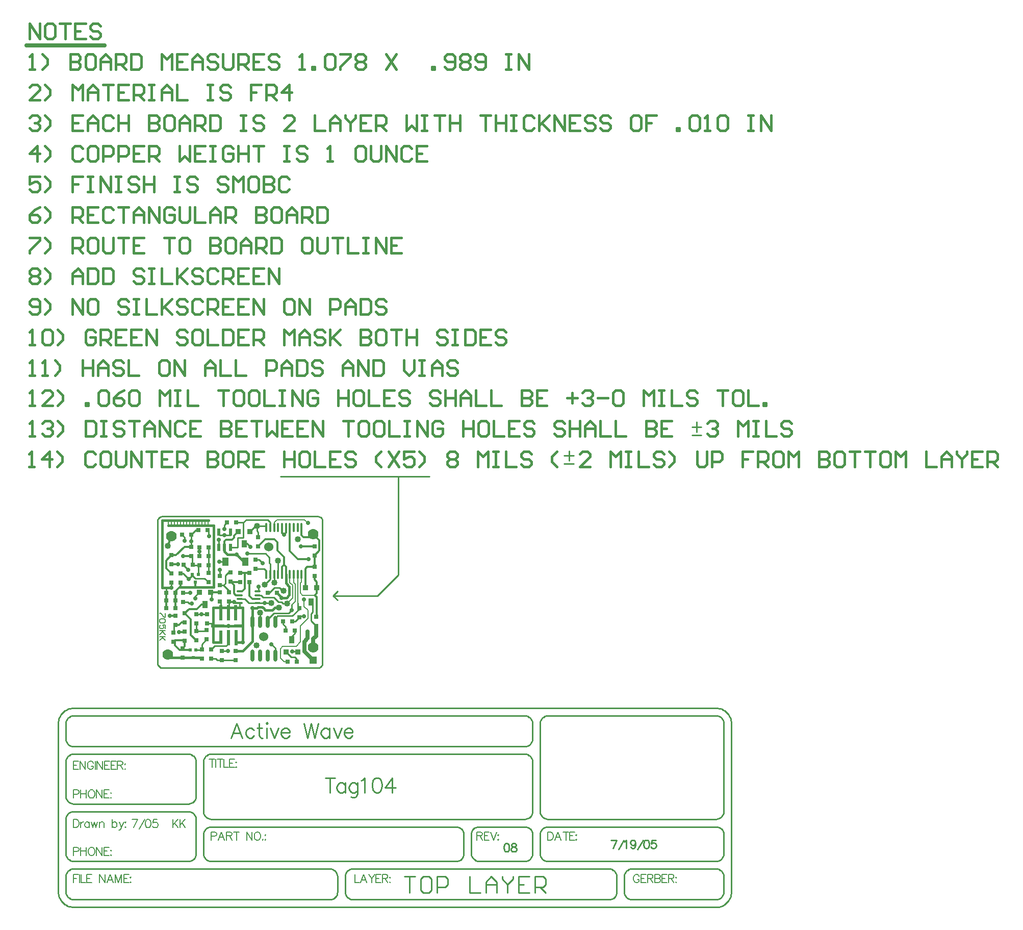
<source format=gtl>
%FSLAX24Y24*%
%MOIN*%
G70*
G01*
G75*
%ADD10R,0.0300X0.0300*%
%ADD11R,0.0360X0.0500*%
%ADD12R,0.0360X0.0360*%
%ADD13O,0.0160X0.0600*%
%ADD14C,0.0400*%
%ADD15O,0.0400X0.0160*%
%ADD16R,0.0200X0.0500*%
%ADD17R,0.0400X0.0550*%
%ADD18R,0.0236X0.0236*%
%ADD19R,0.0700X0.0236*%
%ADD20R,0.0236X0.1000*%
%ADD21R,0.0900X0.0236*%
%ADD22R,0.0236X0.0900*%
%ADD23O,0.0240X0.0800*%
%ADD24C,0.0080*%
%ADD25C,0.0150*%
%ADD26C,0.0100*%
%ADD27C,0.0120*%
%ADD28C,0.0140*%
%ADD29C,0.0160*%
%ADD30C,0.0060*%
%ADD31C,0.0250*%
%ADD32C,0.0070*%
%ADD33C,0.0090*%
%ADD34C,0.0050*%
%ADD35C,0.0700*%
%ADD36R,0.0500X0.0500*%
%ADD37C,0.0600*%
%ADD38C,0.0280*%
D10*
X89426Y64927D02*
D03*
X88826D02*
D03*
X88976Y64327D02*
D03*
X89576D02*
D03*
X89726Y62277D02*
D03*
X89126D02*
D03*
X90876Y67877D02*
D03*
X90976Y65227D02*
D03*
X82386Y63637D02*
D03*
Y64237D02*
D03*
X83356Y69757D02*
D03*
X87040Y68943D02*
D03*
X84696Y66207D02*
D03*
X84840Y62993D02*
D03*
X81526Y68647D02*
D03*
X83356Y69177D02*
D03*
X86626Y67497D02*
D03*
Y68097D02*
D03*
X85386Y67507D02*
D03*
Y68107D02*
D03*
X82306Y66177D02*
D03*
Y66777D02*
D03*
X83956Y69757D02*
D03*
X86016Y68087D02*
D03*
Y67487D02*
D03*
X85156Y71367D02*
D03*
X85756D02*
D03*
X83876Y70867D02*
D03*
X83276D02*
D03*
X81526Y67447D02*
D03*
Y68047D02*
D03*
X82826Y69797D02*
D03*
Y69197D02*
D03*
X82396Y65437D02*
D03*
Y64837D02*
D03*
X83146Y63677D02*
D03*
Y64277D02*
D03*
X90876Y68477D02*
D03*
X83836Y64337D02*
D03*
Y63737D02*
D03*
X85740Y62993D02*
D03*
X89876Y65177D02*
D03*
Y65777D02*
D03*
X87040Y68343D02*
D03*
X88426Y66777D02*
D03*
X87826D02*
D03*
X84696Y66807D02*
D03*
X87186Y69817D02*
D03*
Y70417D02*
D03*
X83540Y62493D02*
D03*
X84140D02*
D03*
X81776Y65777D02*
D03*
X81176D02*
D03*
X81776Y66767D02*
D03*
X81176D02*
D03*
X84706Y67277D02*
D03*
Y67877D02*
D03*
X84840Y62393D02*
D03*
X83956Y68577D02*
D03*
X83356D02*
D03*
X81526Y69247D02*
D03*
X84126Y63067D02*
D03*
X83526D02*
D03*
X83956Y69177D02*
D03*
X82126Y68047D02*
D03*
Y67447D02*
D03*
X83846Y65387D02*
D03*
Y64787D02*
D03*
X83146Y65387D02*
D03*
Y64787D02*
D03*
X81646Y64196D02*
D03*
Y63596D02*
D03*
X85740Y62393D02*
D03*
X85295Y66807D02*
D03*
Y66207D02*
D03*
X83956Y68077D02*
D03*
Y67477D02*
D03*
X82226Y70567D02*
D03*
X82826D02*
D03*
X82936Y68607D02*
D03*
X82336D02*
D03*
X81776Y66277D02*
D03*
X81176D02*
D03*
X90976Y64627D02*
D03*
X90876Y69827D02*
D03*
Y69227D02*
D03*
X82246Y62537D02*
D03*
Y63137D02*
D03*
X81776Y65277D02*
D03*
Y64677D02*
D03*
D11*
X89406Y63727D02*
D03*
X83716Y66007D02*
D03*
X86276Y69977D02*
D03*
X90652Y66182D02*
D03*
D12*
X89026Y62927D02*
D03*
X89776D02*
D03*
X91026Y67127D02*
D03*
X84096Y66807D02*
D03*
X83346D02*
D03*
X86656Y70777D02*
D03*
X85906D02*
D03*
X90278Y67127D02*
D03*
D13*
X88245Y71057D02*
D03*
X90036Y67986D02*
D03*
X89780D02*
D03*
X89524D02*
D03*
X89268D02*
D03*
X89012D02*
D03*
X88757D02*
D03*
X87989D02*
D03*
X87733D02*
D03*
Y71057D02*
D03*
X87989D02*
D03*
X88501D02*
D03*
X88757D02*
D03*
X89012D02*
D03*
X89268D02*
D03*
X89524D02*
D03*
X89780D02*
D03*
X90036D02*
D03*
X88501Y67986D02*
D03*
X88245D02*
D03*
D14*
X89776Y70297D02*
D03*
X87076Y63347D02*
D03*
X88068Y66107D02*
D03*
X87626Y67327D02*
D03*
X87118Y71157D02*
D03*
X89077Y66077D02*
D03*
X88866Y66927D02*
D03*
X81296Y69847D02*
D03*
X88568Y65807D02*
D03*
X87316Y65477D02*
D03*
X88256Y67457D02*
D03*
X88476Y68877D02*
D03*
D15*
X85986Y66109D02*
D03*
X87167Y66877D02*
D03*
X85986D02*
D03*
Y66621D02*
D03*
Y66365D02*
D03*
X87167Y66109D02*
D03*
Y66365D02*
D03*
Y66621D02*
D03*
D16*
X84996Y69747D02*
D03*
X85376D02*
D03*
Y70747D02*
D03*
X84626Y69747D02*
D03*
Y70747D02*
D03*
D17*
X85066Y68807D02*
D03*
X86366D02*
D03*
D18*
X83103Y67465D02*
D03*
X82906Y67977D02*
D03*
X83300D02*
D03*
X83140Y63057D02*
D03*
X82746D02*
D03*
X82943Y62545D02*
D03*
D19*
X85967Y64630D02*
D03*
D20*
X85746Y63846D02*
D03*
X85246D02*
D03*
X84746Y65467D02*
D03*
X85246D02*
D03*
X85736Y65477D02*
D03*
D21*
X84547Y64630D02*
D03*
D22*
X84746Y63896D02*
D03*
D23*
X86816Y62677D02*
D03*
X87316D02*
D03*
X87816D02*
D03*
X88316D02*
D03*
Y64877D02*
D03*
X87816D02*
D03*
X87316D02*
D03*
X86816D02*
D03*
D24*
X90236Y71557D02*
X90446Y71347D01*
X88426Y71557D02*
X90236D01*
X88245Y71375D02*
X88426Y71557D01*
X88245Y71057D02*
Y71375D01*
X90456Y65107D02*
Y65637D01*
X90206Y65887D02*
Y66347D01*
Y65887D02*
X90456Y65637D01*
X89971Y64622D02*
X90456Y65107D01*
X89971Y63572D02*
Y64622D01*
X89676Y63277D02*
X89971Y63572D01*
X88796Y63277D02*
X89676D01*
X88646Y63127D02*
X88796Y63277D01*
X88646Y62507D02*
Y63127D01*
Y62507D02*
X88876Y62277D01*
X89126D01*
X90106Y66627D02*
X90906D01*
X89956Y66777D02*
X90106Y66627D01*
X89956Y66777D02*
Y67417D01*
X90036Y67497D01*
Y67986D01*
X89780Y66101D02*
Y67986D01*
X89616Y66207D02*
Y67347D01*
X89394Y65984D02*
X89616Y66207D01*
X89524Y67439D02*
X89616Y67347D01*
X89446Y66446D02*
Y67277D01*
X89077Y66077D02*
X89446Y66446D01*
X89268Y67454D02*
X89446Y67277D01*
X89524Y67439D02*
Y67986D01*
X89268Y67454D02*
Y67986D01*
X79310Y51968D02*
X79056Y51434D01*
X78955Y51968D02*
X79310D01*
X79430Y51358D02*
X79785Y51968D01*
X79973D02*
X79897Y51942D01*
X79846Y51866D01*
X79821Y51739D01*
Y51663D01*
X79846Y51536D01*
X79897Y51460D01*
X79973Y51434D01*
X80024D01*
X80100Y51460D01*
X80151Y51536D01*
X80176Y51663D01*
Y51739D01*
X80151Y51866D01*
X80100Y51942D01*
X80024Y51968D01*
X79973D01*
X80600D02*
X80346D01*
X80321Y51739D01*
X80346Y51765D01*
X80423Y51790D01*
X80499D01*
X80575Y51765D01*
X80626Y51714D01*
X80651Y51638D01*
Y51587D01*
X80626Y51511D01*
X80575Y51460D01*
X80499Y51434D01*
X80423D01*
X80346Y51460D01*
X80321Y51485D01*
X80296Y51536D01*
X81608Y51968D02*
Y51434D01*
X81964Y51968D02*
X81608Y51612D01*
X81735Y51739D02*
X81964Y51434D01*
X82083Y51968D02*
Y51434D01*
X82439Y51968D02*
X82083Y51612D01*
X82210Y51739D02*
X82439Y51434D01*
D25*
X86816Y63619D02*
Y65777D01*
X89012Y67420D02*
Y67986D01*
X89236Y66637D02*
Y67197D01*
X89056Y66457D02*
X89236Y66637D01*
X88718Y66457D02*
X89056D01*
X89012Y67420D02*
X89236Y67197D01*
X87668Y65657D02*
X88128D01*
X87548Y65777D02*
X87668Y65657D01*
X84246Y63557D02*
X84746D01*
X85746D02*
X86196D01*
X84427Y64630D02*
X86048D01*
X85740Y62993D02*
X86190D01*
X86816Y63619D01*
X84996Y69487D02*
Y69747D01*
Y69487D02*
X85190Y69293D01*
X85780D01*
X86266Y68807D01*
X85246Y65607D02*
Y65807D01*
X84246Y63557D02*
Y65807D01*
X86196Y63557D02*
Y65807D01*
X84246D02*
X86196D01*
X88128Y65657D02*
X88278Y65807D01*
X88568D01*
X88718Y66457D02*
Y66484D01*
X88426Y66777D02*
X88718Y66484D01*
X87474Y65851D02*
X87548Y65777D01*
X87201Y65851D02*
X87474D01*
X87128Y65778D02*
X87201Y65851D01*
X86817Y65778D02*
X87128D01*
X81488Y62545D02*
X83488D01*
X72242Y82992D02*
X72575D01*
X72409D01*
Y83991D01*
X72242Y83825D01*
X73075D02*
X73242Y83991D01*
X73575D01*
X73742Y83825D01*
Y83158D01*
X73575Y82992D01*
X73242D01*
X73075Y83158D01*
Y83825D01*
X74075Y82992D02*
X74408Y83325D01*
Y83658D01*
X74075Y83991D01*
X76574Y83825D02*
X76407Y83991D01*
X76074D01*
X75908Y83825D01*
Y83158D01*
X76074Y82992D01*
X76407D01*
X76574Y83158D01*
Y83492D01*
X76241D01*
X76907Y82992D02*
Y83991D01*
X77407D01*
X77574Y83825D01*
Y83492D01*
X77407Y83325D01*
X76907D01*
X77240D02*
X77574Y82992D01*
X78573Y83991D02*
X77907D01*
Y82992D01*
X78573D01*
X77907Y83492D02*
X78240D01*
X79573Y83991D02*
X78907D01*
Y82992D01*
X79573D01*
X78907Y83492D02*
X79240D01*
X79906Y82992D02*
Y83991D01*
X80573Y82992D01*
Y83991D01*
X82572Y83825D02*
X82405Y83991D01*
X82072D01*
X81906Y83825D01*
Y83658D01*
X82072Y83492D01*
X82405D01*
X82572Y83325D01*
Y83158D01*
X82405Y82992D01*
X82072D01*
X81906Y83158D01*
X83405Y83991D02*
X83072D01*
X82905Y83825D01*
Y83158D01*
X83072Y82992D01*
X83405D01*
X83572Y83158D01*
Y83825D01*
X83405Y83991D01*
X83905D02*
Y82992D01*
X84571D01*
X84905Y83991D02*
Y82992D01*
X85404D01*
X85571Y83158D01*
Y83825D01*
X85404Y83991D01*
X84905D01*
X86571D02*
X85904D01*
Y82992D01*
X86571D01*
X85904Y83492D02*
X86237D01*
X86904Y82992D02*
Y83991D01*
X87404D01*
X87570Y83825D01*
Y83492D01*
X87404Y83325D01*
X86904D01*
X87237D02*
X87570Y82992D01*
X88903D02*
Y83991D01*
X89237Y83658D01*
X89570Y83991D01*
Y82992D01*
X89903D02*
Y83658D01*
X90236Y83991D01*
X90569Y83658D01*
Y82992D01*
Y83492D01*
X89903D01*
X91569Y83825D02*
X91403Y83991D01*
X91069D01*
X90903Y83825D01*
Y83658D01*
X91069Y83492D01*
X91403D01*
X91569Y83325D01*
Y83158D01*
X91403Y82992D01*
X91069D01*
X90903Y83158D01*
X91902Y83991D02*
Y82992D01*
Y83325D01*
X92569Y83991D01*
X92069Y83492D01*
X92569Y82992D01*
X93902Y83991D02*
Y82992D01*
X94402D01*
X94568Y83158D01*
Y83325D01*
X94402Y83492D01*
X93902D01*
X94402D01*
X94568Y83658D01*
Y83825D01*
X94402Y83991D01*
X93902D01*
X95401D02*
X95068D01*
X94901Y83825D01*
Y83158D01*
X95068Y82992D01*
X95401D01*
X95568Y83158D01*
Y83825D01*
X95401Y83991D01*
X95901D02*
X96567D01*
X96234D01*
Y82992D01*
X96901Y83991D02*
Y82992D01*
Y83492D01*
X97567D01*
Y83991D01*
Y82992D01*
X99567Y83825D02*
X99400Y83991D01*
X99067D01*
X98900Y83825D01*
Y83658D01*
X99067Y83492D01*
X99400D01*
X99567Y83325D01*
Y83158D01*
X99400Y82992D01*
X99067D01*
X98900Y83158D01*
X99900Y83991D02*
X100233D01*
X100066D01*
Y82992D01*
X99900D01*
X100233D01*
X100733Y83991D02*
Y82992D01*
X101233D01*
X101399Y83158D01*
Y83825D01*
X101233Y83991D01*
X100733D01*
X102399D02*
X101732D01*
Y82992D01*
X102399D01*
X101732Y83492D02*
X102066D01*
X103399Y83825D02*
X103232Y83991D01*
X102899D01*
X102732Y83825D01*
Y83658D01*
X102899Y83492D01*
X103232D01*
X103399Y83325D01*
Y83158D01*
X103232Y82992D01*
X102899D01*
X102732Y83158D01*
X72242Y102992D02*
Y103991D01*
X72908Y102992D01*
Y103991D01*
X73742D02*
X73408D01*
X73242Y103825D01*
Y103158D01*
X73408Y102992D01*
X73742D01*
X73908Y103158D01*
Y103825D01*
X73742Y103991D01*
X74241D02*
X74908D01*
X74575D01*
Y102992D01*
X75908Y103991D02*
X75241D01*
Y102992D01*
X75908D01*
X75241Y103492D02*
X75574D01*
X76907Y103825D02*
X76741Y103991D01*
X76407D01*
X76241Y103825D01*
Y103658D01*
X76407Y103492D01*
X76741D01*
X76907Y103325D01*
Y103158D01*
X76741Y102992D01*
X76407D01*
X76241Y103158D01*
X72242Y97825D02*
X72409Y97991D01*
X72742D01*
X72908Y97825D01*
Y97658D01*
X72742Y97492D01*
X72575D01*
X72742D01*
X72908Y97325D01*
Y97158D01*
X72742Y96992D01*
X72409D01*
X72242Y97158D01*
X73242Y96992D02*
X73575Y97325D01*
Y97658D01*
X73242Y97991D01*
X75741D02*
X75074D01*
Y96992D01*
X75741D01*
X75074Y97492D02*
X75408D01*
X76074Y96992D02*
Y97658D01*
X76407Y97991D01*
X76741Y97658D01*
Y96992D01*
Y97492D01*
X76074D01*
X77740Y97825D02*
X77574Y97991D01*
X77240D01*
X77074Y97825D01*
Y97158D01*
X77240Y96992D01*
X77574D01*
X77740Y97158D01*
X78073Y97991D02*
Y96992D01*
Y97492D01*
X78740D01*
Y97991D01*
Y96992D01*
X80073Y97991D02*
Y96992D01*
X80573D01*
X80739Y97158D01*
Y97325D01*
X80573Y97492D01*
X80073D01*
X80573D01*
X80739Y97658D01*
Y97825D01*
X80573Y97991D01*
X80073D01*
X81572D02*
X81239D01*
X81073Y97825D01*
Y97158D01*
X81239Y96992D01*
X81572D01*
X81739Y97158D01*
Y97825D01*
X81572Y97991D01*
X82072Y96992D02*
Y97658D01*
X82405Y97991D01*
X82739Y97658D01*
Y96992D01*
Y97492D01*
X82072D01*
X83072Y96992D02*
Y97991D01*
X83572D01*
X83738Y97825D01*
Y97492D01*
X83572Y97325D01*
X83072D01*
X83405D02*
X83738Y96992D01*
X84072Y97991D02*
Y96992D01*
X84571D01*
X84738Y97158D01*
Y97825D01*
X84571Y97991D01*
X84072D01*
X86071D02*
X86404D01*
X86237D01*
Y96992D01*
X86071D01*
X86404D01*
X87570Y97825D02*
X87404Y97991D01*
X87071D01*
X86904Y97825D01*
Y97658D01*
X87071Y97492D01*
X87404D01*
X87570Y97325D01*
Y97158D01*
X87404Y96992D01*
X87071D01*
X86904Y97158D01*
X89570Y96992D02*
X88903D01*
X89570Y97658D01*
Y97825D01*
X89403Y97991D01*
X89070D01*
X88903Y97825D01*
X90903Y97991D02*
Y96992D01*
X91569D01*
X91902D02*
Y97658D01*
X92236Y97991D01*
X92569Y97658D01*
Y96992D01*
Y97492D01*
X91902D01*
X92902Y97991D02*
Y97825D01*
X93235Y97492D01*
X93568Y97825D01*
Y97991D01*
X93235Y97492D02*
Y96992D01*
X94568Y97991D02*
X93902D01*
Y96992D01*
X94568D01*
X93902Y97492D02*
X94235D01*
X94901Y96992D02*
Y97991D01*
X95401D01*
X95568Y97825D01*
Y97492D01*
X95401Y97325D01*
X94901D01*
X95235D02*
X95568Y96992D01*
X96901Y97991D02*
Y96992D01*
X97234Y97325D01*
X97567Y96992D01*
Y97991D01*
X97900D02*
X98234D01*
X98067D01*
Y96992D01*
X97900D01*
X98234D01*
X98733Y97991D02*
X99400D01*
X99067D01*
Y96992D01*
X99733Y97991D02*
Y96992D01*
Y97492D01*
X100400D01*
Y97991D01*
Y96992D01*
X101732Y97991D02*
X102399D01*
X102066D01*
Y96992D01*
X102732Y97991D02*
Y96992D01*
Y97492D01*
X103399D01*
Y97991D01*
Y96992D01*
X103732Y97991D02*
X104065D01*
X103898D01*
Y96992D01*
X103732D01*
X104065D01*
X105231Y97825D02*
X105065Y97991D01*
X104732D01*
X104565Y97825D01*
Y97158D01*
X104732Y96992D01*
X105065D01*
X105231Y97158D01*
X105565Y97991D02*
Y96992D01*
Y97325D01*
X106231Y97991D01*
X105731Y97492D01*
X106231Y96992D01*
X106564D02*
Y97991D01*
X107231Y96992D01*
Y97991D01*
X108230D02*
X107564D01*
Y96992D01*
X108230D01*
X107564Y97492D02*
X107897D01*
X109230Y97825D02*
X109063Y97991D01*
X108730D01*
X108564Y97825D01*
Y97658D01*
X108730Y97492D01*
X109063D01*
X109230Y97325D01*
Y97158D01*
X109063Y96992D01*
X108730D01*
X108564Y97158D01*
X110230Y97825D02*
X110063Y97991D01*
X109730D01*
X109563Y97825D01*
Y97658D01*
X109730Y97492D01*
X110063D01*
X110230Y97325D01*
Y97158D01*
X110063Y96992D01*
X109730D01*
X109563Y97158D01*
X112062Y97991D02*
X111729D01*
X111563Y97825D01*
Y97158D01*
X111729Y96992D01*
X112062D01*
X112229Y97158D01*
Y97825D01*
X112062Y97991D01*
X113229D02*
X112562D01*
Y97492D01*
X112896D01*
X112562D01*
Y96992D01*
X114562D02*
Y97158D01*
X114728D01*
Y96992D01*
X114562D01*
X115395Y97825D02*
X115561Y97991D01*
X115895D01*
X116061Y97825D01*
Y97158D01*
X115895Y96992D01*
X115561D01*
X115395Y97158D01*
Y97825D01*
X116394Y96992D02*
X116728D01*
X116561D01*
Y97991D01*
X116394Y97825D01*
X117227D02*
X117394Y97991D01*
X117727D01*
X117894Y97825D01*
Y97158D01*
X117727Y96992D01*
X117394D01*
X117227Y97158D01*
Y97825D01*
X119227Y97991D02*
X119560D01*
X119393D01*
Y96992D01*
X119227D01*
X119560D01*
X120060D02*
Y97991D01*
X120726Y96992D01*
Y97991D01*
X72742Y94992D02*
Y95991D01*
X72242Y95492D01*
X72908D01*
X73242Y94992D02*
X73575Y95325D01*
Y95658D01*
X73242Y95991D01*
X75741Y95825D02*
X75574Y95991D01*
X75241D01*
X75074Y95825D01*
Y95158D01*
X75241Y94992D01*
X75574D01*
X75741Y95158D01*
X76574Y95991D02*
X76241D01*
X76074Y95825D01*
Y95158D01*
X76241Y94992D01*
X76574D01*
X76741Y95158D01*
Y95825D01*
X76574Y95991D01*
X77074Y94992D02*
Y95991D01*
X77574D01*
X77740Y95825D01*
Y95492D01*
X77574Y95325D01*
X77074D01*
X78073Y94992D02*
Y95991D01*
X78573D01*
X78740Y95825D01*
Y95492D01*
X78573Y95325D01*
X78073D01*
X79740Y95991D02*
X79073D01*
Y94992D01*
X79740D01*
X79073Y95492D02*
X79406D01*
X80073Y94992D02*
Y95991D01*
X80573D01*
X80739Y95825D01*
Y95492D01*
X80573Y95325D01*
X80073D01*
X80406D02*
X80739Y94992D01*
X82072Y95991D02*
Y94992D01*
X82405Y95325D01*
X82739Y94992D01*
Y95991D01*
X83738D02*
X83072D01*
Y94992D01*
X83738D01*
X83072Y95492D02*
X83405D01*
X84072Y95991D02*
X84405D01*
X84238D01*
Y94992D01*
X84072D01*
X84405D01*
X85571Y95825D02*
X85404Y95991D01*
X85071D01*
X84905Y95825D01*
Y95158D01*
X85071Y94992D01*
X85404D01*
X85571Y95158D01*
Y95492D01*
X85238D01*
X85904Y95991D02*
Y94992D01*
Y95492D01*
X86571D01*
Y95991D01*
Y94992D01*
X86904Y95991D02*
X87570D01*
X87237D01*
Y94992D01*
X88903Y95991D02*
X89237D01*
X89070D01*
Y94992D01*
X88903D01*
X89237D01*
X90403Y95825D02*
X90236Y95991D01*
X89903D01*
X89736Y95825D01*
Y95658D01*
X89903Y95492D01*
X90236D01*
X90403Y95325D01*
Y95158D01*
X90236Y94992D01*
X89903D01*
X89736Y95158D01*
X91736Y94992D02*
X92069D01*
X91902D01*
Y95991D01*
X91736Y95825D01*
X94068Y95991D02*
X93735D01*
X93568Y95825D01*
Y95158D01*
X93735Y94992D01*
X94068D01*
X94235Y95158D01*
Y95825D01*
X94068Y95991D01*
X94568D02*
Y95158D01*
X94735Y94992D01*
X95068D01*
X95235Y95158D01*
Y95991D01*
X95568Y94992D02*
Y95991D01*
X96234Y94992D01*
Y95991D01*
X97234Y95825D02*
X97067Y95991D01*
X96734D01*
X96567Y95825D01*
Y95158D01*
X96734Y94992D01*
X97067D01*
X97234Y95158D01*
X98234Y95991D02*
X97567D01*
Y94992D01*
X98234D01*
X97567Y95492D02*
X97900D01*
X72908Y93991D02*
X72242D01*
Y93492D01*
X72575Y93658D01*
X72742D01*
X72908Y93492D01*
Y93158D01*
X72742Y92992D01*
X72409D01*
X72242Y93158D01*
X73242Y92992D02*
X73575Y93325D01*
Y93658D01*
X73242Y93991D01*
X75741D02*
X75074D01*
Y93492D01*
X75408D01*
X75074D01*
Y92992D01*
X76074Y93991D02*
X76407D01*
X76241D01*
Y92992D01*
X76074D01*
X76407D01*
X76907D02*
Y93991D01*
X77574Y92992D01*
Y93991D01*
X77907D02*
X78240D01*
X78073D01*
Y92992D01*
X77907D01*
X78240D01*
X79406Y93825D02*
X79240Y93991D01*
X78907D01*
X78740Y93825D01*
Y93658D01*
X78907Y93492D01*
X79240D01*
X79406Y93325D01*
Y93158D01*
X79240Y92992D01*
X78907D01*
X78740Y93158D01*
X79740Y93991D02*
Y92992D01*
Y93492D01*
X80406D01*
Y93991D01*
Y92992D01*
X81739Y93991D02*
X82072D01*
X81906D01*
Y92992D01*
X81739D01*
X82072D01*
X83238Y93825D02*
X83072Y93991D01*
X82739D01*
X82572Y93825D01*
Y93658D01*
X82739Y93492D01*
X83072D01*
X83238Y93325D01*
Y93158D01*
X83072Y92992D01*
X82739D01*
X82572Y93158D01*
X85238Y93825D02*
X85071Y93991D01*
X84738D01*
X84571Y93825D01*
Y93658D01*
X84738Y93492D01*
X85071D01*
X85238Y93325D01*
Y93158D01*
X85071Y92992D01*
X84738D01*
X84571Y93158D01*
X85571Y92992D02*
Y93991D01*
X85904Y93658D01*
X86237Y93991D01*
Y92992D01*
X87071Y93991D02*
X86737D01*
X86571Y93825D01*
Y93158D01*
X86737Y92992D01*
X87071D01*
X87237Y93158D01*
Y93825D01*
X87071Y93991D01*
X87570D02*
Y92992D01*
X88070D01*
X88237Y93158D01*
Y93325D01*
X88070Y93492D01*
X87570D01*
X88070D01*
X88237Y93658D01*
Y93825D01*
X88070Y93991D01*
X87570D01*
X89237Y93825D02*
X89070Y93991D01*
X88737D01*
X88570Y93825D01*
Y93158D01*
X88737Y92992D01*
X89070D01*
X89237Y93158D01*
X72908Y91991D02*
X72575Y91825D01*
X72242Y91492D01*
Y91158D01*
X72409Y90992D01*
X72742D01*
X72908Y91158D01*
Y91325D01*
X72742Y91492D01*
X72242D01*
X73242Y90992D02*
X73575Y91325D01*
Y91658D01*
X73242Y91991D01*
X75074Y90992D02*
Y91991D01*
X75574D01*
X75741Y91825D01*
Y91492D01*
X75574Y91325D01*
X75074D01*
X75408D02*
X75741Y90992D01*
X76741Y91991D02*
X76074D01*
Y90992D01*
X76741D01*
X76074Y91492D02*
X76407D01*
X77740Y91825D02*
X77574Y91991D01*
X77240D01*
X77074Y91825D01*
Y91158D01*
X77240Y90992D01*
X77574D01*
X77740Y91158D01*
X78073Y91991D02*
X78740D01*
X78407D01*
Y90992D01*
X79073D02*
Y91658D01*
X79406Y91991D01*
X79740Y91658D01*
Y90992D01*
Y91492D01*
X79073D01*
X80073Y90992D02*
Y91991D01*
X80739Y90992D01*
Y91991D01*
X81739Y91825D02*
X81572Y91991D01*
X81239D01*
X81073Y91825D01*
Y91158D01*
X81239Y90992D01*
X81572D01*
X81739Y91158D01*
Y91492D01*
X81406D01*
X82072Y91991D02*
Y91158D01*
X82239Y90992D01*
X82572D01*
X82739Y91158D01*
Y91991D01*
X83072D02*
Y90992D01*
X83738D01*
X84072D02*
Y91658D01*
X84405Y91991D01*
X84738Y91658D01*
Y90992D01*
Y91492D01*
X84072D01*
X85071Y90992D02*
Y91991D01*
X85571D01*
X85738Y91825D01*
Y91492D01*
X85571Y91325D01*
X85071D01*
X85404D02*
X85738Y90992D01*
X87071Y91991D02*
Y90992D01*
X87570D01*
X87737Y91158D01*
Y91325D01*
X87570Y91492D01*
X87071D01*
X87570D01*
X87737Y91658D01*
Y91825D01*
X87570Y91991D01*
X87071D01*
X88570D02*
X88237D01*
X88070Y91825D01*
Y91158D01*
X88237Y90992D01*
X88570D01*
X88737Y91158D01*
Y91825D01*
X88570Y91991D01*
X89070Y90992D02*
Y91658D01*
X89403Y91991D01*
X89736Y91658D01*
Y90992D01*
Y91492D01*
X89070D01*
X90070Y90992D02*
Y91991D01*
X90569D01*
X90736Y91825D01*
Y91492D01*
X90569Y91325D01*
X90070D01*
X90403D02*
X90736Y90992D01*
X91069Y91991D02*
Y90992D01*
X91569D01*
X91736Y91158D01*
Y91825D01*
X91569Y91991D01*
X91069D01*
X72242Y89991D02*
X72908D01*
Y89825D01*
X72242Y89158D01*
Y88992D01*
X73242D02*
X73575Y89325D01*
Y89658D01*
X73242Y89991D01*
X75074Y88992D02*
Y89991D01*
X75574D01*
X75741Y89825D01*
Y89492D01*
X75574Y89325D01*
X75074D01*
X75408D02*
X75741Y88992D01*
X76574Y89991D02*
X76241D01*
X76074Y89825D01*
Y89158D01*
X76241Y88992D01*
X76574D01*
X76741Y89158D01*
Y89825D01*
X76574Y89991D01*
X77074D02*
Y89158D01*
X77240Y88992D01*
X77574D01*
X77740Y89158D01*
Y89991D01*
X78073D02*
X78740D01*
X78407D01*
Y88992D01*
X79740Y89991D02*
X79073D01*
Y88992D01*
X79740D01*
X79073Y89492D02*
X79406D01*
X81073Y89991D02*
X81739D01*
X81406D01*
Y88992D01*
X82572Y89991D02*
X82239D01*
X82072Y89825D01*
Y89158D01*
X82239Y88992D01*
X82572D01*
X82739Y89158D01*
Y89825D01*
X82572Y89991D01*
X84072D02*
Y88992D01*
X84571D01*
X84738Y89158D01*
Y89325D01*
X84571Y89492D01*
X84072D01*
X84571D01*
X84738Y89658D01*
Y89825D01*
X84571Y89991D01*
X84072D01*
X85571D02*
X85238D01*
X85071Y89825D01*
Y89158D01*
X85238Y88992D01*
X85571D01*
X85738Y89158D01*
Y89825D01*
X85571Y89991D01*
X86071Y88992D02*
Y89658D01*
X86404Y89991D01*
X86737Y89658D01*
Y88992D01*
Y89492D01*
X86071D01*
X87071Y88992D02*
Y89991D01*
X87570D01*
X87737Y89825D01*
Y89492D01*
X87570Y89325D01*
X87071D01*
X87404D02*
X87737Y88992D01*
X88070Y89991D02*
Y88992D01*
X88570D01*
X88737Y89158D01*
Y89825D01*
X88570Y89991D01*
X88070D01*
X90569D02*
X90236D01*
X90070Y89825D01*
Y89158D01*
X90236Y88992D01*
X90569D01*
X90736Y89158D01*
Y89825D01*
X90569Y89991D01*
X91069D02*
Y89158D01*
X91236Y88992D01*
X91569D01*
X91736Y89158D01*
Y89991D01*
X92069D02*
X92735D01*
X92402D01*
Y88992D01*
X93069Y89991D02*
Y88992D01*
X93735D01*
X94068Y89991D02*
X94402D01*
X94235D01*
Y88992D01*
X94068D01*
X94402D01*
X94901D02*
Y89991D01*
X95568Y88992D01*
Y89991D01*
X96567D02*
X95901D01*
Y88992D01*
X96567D01*
X95901Y89492D02*
X96234D01*
X72242Y87825D02*
X72409Y87991D01*
X72742D01*
X72908Y87825D01*
Y87658D01*
X72742Y87492D01*
X72908Y87325D01*
Y87158D01*
X72742Y86992D01*
X72409D01*
X72242Y87158D01*
Y87325D01*
X72409Y87492D01*
X72242Y87658D01*
Y87825D01*
X72409Y87492D02*
X72742D01*
X73242Y86992D02*
X73575Y87325D01*
Y87658D01*
X73242Y87991D01*
X75074Y86992D02*
Y87658D01*
X75408Y87991D01*
X75741Y87658D01*
Y86992D01*
Y87492D01*
X75074D01*
X76074Y87991D02*
Y86992D01*
X76574D01*
X76741Y87158D01*
Y87825D01*
X76574Y87991D01*
X76074D01*
X77074D02*
Y86992D01*
X77574D01*
X77740Y87158D01*
Y87825D01*
X77574Y87991D01*
X77074D01*
X79740Y87825D02*
X79573Y87991D01*
X79240D01*
X79073Y87825D01*
Y87658D01*
X79240Y87492D01*
X79573D01*
X79740Y87325D01*
Y87158D01*
X79573Y86992D01*
X79240D01*
X79073Y87158D01*
X80073Y87991D02*
X80406D01*
X80239D01*
Y86992D01*
X80073D01*
X80406D01*
X80906Y87991D02*
Y86992D01*
X81572D01*
X81906Y87991D02*
Y86992D01*
Y87325D01*
X82572Y87991D01*
X82072Y87492D01*
X82572Y86992D01*
X83572Y87825D02*
X83405Y87991D01*
X83072D01*
X82905Y87825D01*
Y87658D01*
X83072Y87492D01*
X83405D01*
X83572Y87325D01*
Y87158D01*
X83405Y86992D01*
X83072D01*
X82905Y87158D01*
X84571Y87825D02*
X84405Y87991D01*
X84072D01*
X83905Y87825D01*
Y87158D01*
X84072Y86992D01*
X84405D01*
X84571Y87158D01*
X84905Y86992D02*
Y87991D01*
X85404D01*
X85571Y87825D01*
Y87492D01*
X85404Y87325D01*
X84905D01*
X85238D02*
X85571Y86992D01*
X86571Y87991D02*
X85904D01*
Y86992D01*
X86571D01*
X85904Y87492D02*
X86237D01*
X87570Y87991D02*
X86904D01*
Y86992D01*
X87570D01*
X86904Y87492D02*
X87237D01*
X87904Y86992D02*
Y87991D01*
X88570Y86992D01*
Y87991D01*
X72242Y85158D02*
X72409Y84992D01*
X72742D01*
X72908Y85158D01*
Y85825D01*
X72742Y85991D01*
X72409D01*
X72242Y85825D01*
Y85658D01*
X72409Y85492D01*
X72908D01*
X73242Y84992D02*
X73575Y85325D01*
Y85658D01*
X73242Y85991D01*
X75074Y84992D02*
Y85991D01*
X75741Y84992D01*
Y85991D01*
X76574D02*
X76241D01*
X76074Y85825D01*
Y85158D01*
X76241Y84992D01*
X76574D01*
X76741Y85158D01*
Y85825D01*
X76574Y85991D01*
X78740Y85825D02*
X78573Y85991D01*
X78240D01*
X78073Y85825D01*
Y85658D01*
X78240Y85492D01*
X78573D01*
X78740Y85325D01*
Y85158D01*
X78573Y84992D01*
X78240D01*
X78073Y85158D01*
X79073Y85991D02*
X79406D01*
X79240D01*
Y84992D01*
X79073D01*
X79406D01*
X79906Y85991D02*
Y84992D01*
X80573D01*
X80906Y85991D02*
Y84992D01*
Y85325D01*
X81572Y85991D01*
X81073Y85492D01*
X81572Y84992D01*
X82572Y85825D02*
X82405Y85991D01*
X82072D01*
X81906Y85825D01*
Y85658D01*
X82072Y85492D01*
X82405D01*
X82572Y85325D01*
Y85158D01*
X82405Y84992D01*
X82072D01*
X81906Y85158D01*
X83572Y85825D02*
X83405Y85991D01*
X83072D01*
X82905Y85825D01*
Y85158D01*
X83072Y84992D01*
X83405D01*
X83572Y85158D01*
X83905Y84992D02*
Y85991D01*
X84405D01*
X84571Y85825D01*
Y85492D01*
X84405Y85325D01*
X83905D01*
X84238D02*
X84571Y84992D01*
X85571Y85991D02*
X84905D01*
Y84992D01*
X85571D01*
X84905Y85492D02*
X85238D01*
X86571Y85991D02*
X85904D01*
Y84992D01*
X86571D01*
X85904Y85492D02*
X86237D01*
X86904Y84992D02*
Y85991D01*
X87570Y84992D01*
Y85991D01*
X89403D02*
X89070D01*
X88903Y85825D01*
Y85158D01*
X89070Y84992D01*
X89403D01*
X89570Y85158D01*
Y85825D01*
X89403Y85991D01*
X89903Y84992D02*
Y85991D01*
X90569Y84992D01*
Y85991D01*
X91902Y84992D02*
Y85991D01*
X92402D01*
X92569Y85825D01*
Y85492D01*
X92402Y85325D01*
X91902D01*
X92902Y84992D02*
Y85658D01*
X93235Y85991D01*
X93568Y85658D01*
Y84992D01*
Y85492D01*
X92902D01*
X93902Y85991D02*
Y84992D01*
X94402D01*
X94568Y85158D01*
Y85825D01*
X94402Y85991D01*
X93902D01*
X95568Y85825D02*
X95401Y85991D01*
X95068D01*
X94901Y85825D01*
Y85658D01*
X95068Y85492D01*
X95401D01*
X95568Y85325D01*
Y85158D01*
X95401Y84992D01*
X95068D01*
X94901Y85158D01*
X72242Y100992D02*
X72575D01*
X72409D01*
Y101991D01*
X72242Y101825D01*
X73075Y100992D02*
X73408Y101325D01*
Y101658D01*
X73075Y101991D01*
X74908D02*
Y100992D01*
X75408D01*
X75574Y101158D01*
Y101325D01*
X75408Y101492D01*
X74908D01*
X75408D01*
X75574Y101658D01*
Y101825D01*
X75408Y101991D01*
X74908D01*
X76407D02*
X76074D01*
X75908Y101825D01*
Y101158D01*
X76074Y100992D01*
X76407D01*
X76574Y101158D01*
Y101825D01*
X76407Y101991D01*
X76907Y100992D02*
Y101658D01*
X77240Y101991D01*
X77574Y101658D01*
Y100992D01*
Y101492D01*
X76907D01*
X77907Y100992D02*
Y101991D01*
X78407D01*
X78573Y101825D01*
Y101492D01*
X78407Y101325D01*
X77907D01*
X78240D02*
X78573Y100992D01*
X78907Y101991D02*
Y100992D01*
X79406D01*
X79573Y101158D01*
Y101825D01*
X79406Y101991D01*
X78907D01*
X80906Y100992D02*
Y101991D01*
X81239Y101658D01*
X81572Y101991D01*
Y100992D01*
X82572Y101991D02*
X81906D01*
Y100992D01*
X82572D01*
X81906Y101492D02*
X82239D01*
X82905Y100992D02*
Y101658D01*
X83238Y101991D01*
X83572Y101658D01*
Y100992D01*
Y101492D01*
X82905D01*
X84571Y101825D02*
X84405Y101991D01*
X84072D01*
X83905Y101825D01*
Y101658D01*
X84072Y101492D01*
X84405D01*
X84571Y101325D01*
Y101158D01*
X84405Y100992D01*
X84072D01*
X83905Y101158D01*
X84905Y101991D02*
Y101158D01*
X85071Y100992D01*
X85404D01*
X85571Y101158D01*
Y101991D01*
X85904Y100992D02*
Y101991D01*
X86404D01*
X86571Y101825D01*
Y101492D01*
X86404Y101325D01*
X85904D01*
X86237D02*
X86571Y100992D01*
X87570Y101991D02*
X86904D01*
Y100992D01*
X87570D01*
X86904Y101492D02*
X87237D01*
X88570Y101825D02*
X88403Y101991D01*
X88070D01*
X87904Y101825D01*
Y101658D01*
X88070Y101492D01*
X88403D01*
X88570Y101325D01*
Y101158D01*
X88403Y100992D01*
X88070D01*
X87904Y101158D01*
X89903Y100992D02*
X90236D01*
X90070D01*
Y101991D01*
X89903Y101825D01*
X90736Y100992D02*
Y101158D01*
X90903D01*
Y100992D01*
X90736D01*
X91569Y101825D02*
X91736Y101991D01*
X92069D01*
X92236Y101825D01*
Y101158D01*
X92069Y100992D01*
X91736D01*
X91569Y101158D01*
Y101825D01*
X92569Y101991D02*
X93235D01*
Y101825D01*
X92569Y101158D01*
Y100992D01*
X93568Y101825D02*
X93735Y101991D01*
X94068D01*
X94235Y101825D01*
Y101658D01*
X94068Y101492D01*
X94235Y101325D01*
Y101158D01*
X94068Y100992D01*
X93735D01*
X93568Y101158D01*
Y101325D01*
X93735Y101492D01*
X93568Y101658D01*
Y101825D01*
X93735Y101492D02*
X94068D01*
X95568Y101991D02*
X96234Y100992D01*
Y101991D02*
X95568Y100992D01*
X98567D02*
Y101158D01*
X98733D01*
Y100992D01*
X98567D01*
X99400Y101158D02*
X99567Y100992D01*
X99900D01*
X100066Y101158D01*
Y101825D01*
X99900Y101991D01*
X99567D01*
X99400Y101825D01*
Y101658D01*
X99567Y101492D01*
X100066D01*
X100400Y101825D02*
X100566Y101991D01*
X100899D01*
X101066Y101825D01*
Y101658D01*
X100899Y101492D01*
X101066Y101325D01*
Y101158D01*
X100899Y100992D01*
X100566D01*
X100400Y101158D01*
Y101325D01*
X100566Y101492D01*
X100400Y101658D01*
Y101825D01*
X100566Y101492D02*
X100899D01*
X101399Y101158D02*
X101566Y100992D01*
X101899D01*
X102066Y101158D01*
Y101825D01*
X101899Y101991D01*
X101566D01*
X101399Y101825D01*
Y101658D01*
X101566Y101492D01*
X102066D01*
X103399Y101991D02*
X103732D01*
X103565D01*
Y100992D01*
X103399D01*
X103732D01*
X104232D02*
Y101991D01*
X104898Y100992D01*
Y101991D01*
X72908Y98992D02*
X72242D01*
X72908Y99658D01*
Y99825D01*
X72742Y99991D01*
X72409D01*
X72242Y99825D01*
X73242Y98992D02*
X73575Y99325D01*
Y99658D01*
X73242Y99991D01*
X75074Y98992D02*
Y99991D01*
X75408Y99658D01*
X75741Y99991D01*
Y98992D01*
X76074D02*
Y99658D01*
X76407Y99991D01*
X76741Y99658D01*
Y98992D01*
Y99492D01*
X76074D01*
X77074Y99991D02*
X77740D01*
X77407D01*
Y98992D01*
X78740Y99991D02*
X78073D01*
Y98992D01*
X78740D01*
X78073Y99492D02*
X78407D01*
X79073Y98992D02*
Y99991D01*
X79573D01*
X79740Y99825D01*
Y99492D01*
X79573Y99325D01*
X79073D01*
X79406D02*
X79740Y98992D01*
X80073Y99991D02*
X80406D01*
X80239D01*
Y98992D01*
X80073D01*
X80406D01*
X80906D02*
Y99658D01*
X81239Y99991D01*
X81572Y99658D01*
Y98992D01*
Y99492D01*
X80906D01*
X81906Y99991D02*
Y98992D01*
X82572D01*
X83905Y99991D02*
X84238D01*
X84072D01*
Y98992D01*
X83905D01*
X84238D01*
X85404Y99825D02*
X85238Y99991D01*
X84905D01*
X84738Y99825D01*
Y99658D01*
X84905Y99492D01*
X85238D01*
X85404Y99325D01*
Y99158D01*
X85238Y98992D01*
X84905D01*
X84738Y99158D01*
X87404Y99991D02*
X86737D01*
Y99492D01*
X87071D01*
X86737D01*
Y98992D01*
X87737D02*
Y99991D01*
X88237D01*
X88403Y99825D01*
Y99492D01*
X88237Y99325D01*
X87737D01*
X88070D02*
X88403Y98992D01*
X89237D02*
Y99991D01*
X88737Y99492D01*
X89403D01*
X72242Y80992D02*
X72575D01*
X72409D01*
Y81991D01*
X72242Y81825D01*
X73075Y80992D02*
X73408D01*
X73242D01*
Y81991D01*
X73075Y81825D01*
X73908Y80992D02*
X74241Y81325D01*
Y81658D01*
X73908Y81991D01*
X75741D02*
Y80992D01*
Y81492D01*
X76407D01*
Y81991D01*
Y80992D01*
X76741D02*
Y81658D01*
X77074Y81991D01*
X77407Y81658D01*
Y80992D01*
Y81492D01*
X76741D01*
X78407Y81825D02*
X78240Y81991D01*
X77907D01*
X77740Y81825D01*
Y81658D01*
X77907Y81492D01*
X78240D01*
X78407Y81325D01*
Y81158D01*
X78240Y80992D01*
X77907D01*
X77740Y81158D01*
X78740Y81991D02*
Y80992D01*
X79406D01*
X81239Y81991D02*
X80906D01*
X80739Y81825D01*
Y81158D01*
X80906Y80992D01*
X81239D01*
X81406Y81158D01*
Y81825D01*
X81239Y81991D01*
X81739Y80992D02*
Y81991D01*
X82405Y80992D01*
Y81991D01*
X83738Y80992D02*
Y81658D01*
X84072Y81991D01*
X84405Y81658D01*
Y80992D01*
Y81492D01*
X83738D01*
X84738Y81991D02*
Y80992D01*
X85404D01*
X85738Y81991D02*
Y80992D01*
X86404D01*
X87737D02*
Y81991D01*
X88237D01*
X88403Y81825D01*
Y81492D01*
X88237Y81325D01*
X87737D01*
X88737Y80992D02*
Y81658D01*
X89070Y81991D01*
X89403Y81658D01*
Y80992D01*
Y81492D01*
X88737D01*
X89736Y81991D02*
Y80992D01*
X90236D01*
X90403Y81158D01*
Y81825D01*
X90236Y81991D01*
X89736D01*
X91403Y81825D02*
X91236Y81991D01*
X90903D01*
X90736Y81825D01*
Y81658D01*
X90903Y81492D01*
X91236D01*
X91403Y81325D01*
Y81158D01*
X91236Y80992D01*
X90903D01*
X90736Y81158D01*
X92735Y80992D02*
Y81658D01*
X93069Y81991D01*
X93402Y81658D01*
Y80992D01*
Y81492D01*
X92735D01*
X93735Y80992D02*
Y81991D01*
X94402Y80992D01*
Y81991D01*
X94735D02*
Y80992D01*
X95235D01*
X95401Y81158D01*
Y81825D01*
X95235Y81991D01*
X94735D01*
X96734D02*
Y81325D01*
X97067Y80992D01*
X97401Y81325D01*
Y81991D01*
X97734D02*
X98067D01*
X97900D01*
Y80992D01*
X97734D01*
X98067D01*
X98567D02*
Y81658D01*
X98900Y81991D01*
X99233Y81658D01*
Y80992D01*
Y81492D01*
X98567D01*
X100233Y81825D02*
X100066Y81991D01*
X99733D01*
X99567Y81825D01*
Y81658D01*
X99733Y81492D01*
X100066D01*
X100233Y81325D01*
Y81158D01*
X100066Y80992D01*
X99733D01*
X99567Y81158D01*
X72252Y79002D02*
X72585D01*
X72419D01*
Y80001D01*
X72252Y79835D01*
X73752Y79002D02*
X73085D01*
X73752Y79668D01*
Y79835D01*
X73585Y80001D01*
X73252D01*
X73085Y79835D01*
X74085Y79002D02*
X74418Y79335D01*
Y79668D01*
X74085Y80001D01*
X75918Y79002D02*
Y79168D01*
X76084D01*
Y79002D01*
X75918D01*
X76751Y79835D02*
X76917Y80001D01*
X77250D01*
X77417Y79835D01*
Y79168D01*
X77250Y79002D01*
X76917D01*
X76751Y79168D01*
Y79835D01*
X78417Y80001D02*
X78083Y79835D01*
X77750Y79502D01*
Y79168D01*
X77917Y79002D01*
X78250D01*
X78417Y79168D01*
Y79335D01*
X78250Y79502D01*
X77750D01*
X78750Y79835D02*
X78917Y80001D01*
X79250D01*
X79416Y79835D01*
Y79168D01*
X79250Y79002D01*
X78917D01*
X78750Y79168D01*
Y79835D01*
X80749Y79002D02*
Y80001D01*
X81082Y79668D01*
X81416Y80001D01*
Y79002D01*
X81749Y80001D02*
X82082D01*
X81916D01*
Y79002D01*
X81749D01*
X82082D01*
X82582Y80001D02*
Y79002D01*
X83248D01*
X84581Y80001D02*
X85248D01*
X84915D01*
Y79002D01*
X86081Y80001D02*
X85748D01*
X85581Y79835D01*
Y79168D01*
X85748Y79002D01*
X86081D01*
X86248Y79168D01*
Y79835D01*
X86081Y80001D01*
X87081D02*
X86747D01*
X86581Y79835D01*
Y79168D01*
X86747Y79002D01*
X87081D01*
X87247Y79168D01*
Y79835D01*
X87081Y80001D01*
X87580D02*
Y79002D01*
X88247D01*
X88580Y80001D02*
X88913D01*
X88747D01*
Y79002D01*
X88580D01*
X88913D01*
X89413D02*
Y80001D01*
X90080Y79002D01*
Y80001D01*
X91079Y79835D02*
X90913Y80001D01*
X90579D01*
X90413Y79835D01*
Y79168D01*
X90579Y79002D01*
X90913D01*
X91079Y79168D01*
Y79502D01*
X90746D01*
X92412Y80001D02*
Y79002D01*
Y79502D01*
X93079D01*
Y80001D01*
Y79002D01*
X93912Y80001D02*
X93578D01*
X93412Y79835D01*
Y79168D01*
X93578Y79002D01*
X93912D01*
X94078Y79168D01*
Y79835D01*
X93912Y80001D01*
X94412D02*
Y79002D01*
X95078D01*
X96078Y80001D02*
X95411D01*
Y79002D01*
X96078D01*
X95411Y79502D02*
X95744D01*
X97077Y79835D02*
X96911Y80001D01*
X96578D01*
X96411Y79835D01*
Y79668D01*
X96578Y79502D01*
X96911D01*
X97077Y79335D01*
Y79168D01*
X96911Y79002D01*
X96578D01*
X96411Y79168D01*
X99077Y79835D02*
X98910Y80001D01*
X98577D01*
X98410Y79835D01*
Y79668D01*
X98577Y79502D01*
X98910D01*
X99077Y79335D01*
Y79168D01*
X98910Y79002D01*
X98577D01*
X98410Y79168D01*
X99410Y80001D02*
Y79002D01*
Y79502D01*
X100076D01*
Y80001D01*
Y79002D01*
X100410D02*
Y79668D01*
X100743Y80001D01*
X101076Y79668D01*
Y79002D01*
Y79502D01*
X100410D01*
X101409Y80001D02*
Y79002D01*
X102076D01*
X102409Y80001D02*
Y79002D01*
X103075D01*
X104408Y80001D02*
Y79002D01*
X104908D01*
X105075Y79168D01*
Y79335D01*
X104908Y79502D01*
X104408D01*
X104908D01*
X105075Y79668D01*
Y79835D01*
X104908Y80001D01*
X104408D01*
X106074D02*
X105408D01*
Y79002D01*
X106074D01*
X105408Y79502D02*
X105741D01*
X107407D02*
X108074D01*
X107741Y79835D02*
Y79168D01*
X108407Y79835D02*
X108574Y80001D01*
X108907D01*
X109073Y79835D01*
Y79668D01*
X108907Y79502D01*
X108740D01*
X108907D01*
X109073Y79335D01*
Y79168D01*
X108907Y79002D01*
X108574D01*
X108407Y79168D01*
X109407Y79502D02*
X110073D01*
X110406Y79835D02*
X110573Y80001D01*
X110906D01*
X111073Y79835D01*
Y79168D01*
X110906Y79002D01*
X110573D01*
X110406Y79168D01*
Y79835D01*
X112406Y79002D02*
Y80001D01*
X112739Y79668D01*
X113072Y80001D01*
Y79002D01*
X113405Y80001D02*
X113739D01*
X113572D01*
Y79002D01*
X113405D01*
X113739D01*
X114238Y80001D02*
Y79002D01*
X114905D01*
X115905Y79835D02*
X115738Y80001D01*
X115405D01*
X115238Y79835D01*
Y79668D01*
X115405Y79502D01*
X115738D01*
X115905Y79335D01*
Y79168D01*
X115738Y79002D01*
X115405D01*
X115238Y79168D01*
X117237Y80001D02*
X117904D01*
X117571D01*
Y79002D01*
X118737Y80001D02*
X118404D01*
X118237Y79835D01*
Y79168D01*
X118404Y79002D01*
X118737D01*
X118904Y79168D01*
Y79835D01*
X118737Y80001D01*
X119237D02*
Y79002D01*
X119903D01*
X120237D02*
Y79168D01*
X120403D01*
Y79002D01*
X120237D01*
X72252Y77012D02*
X72585D01*
X72419D01*
Y78011D01*
X72252Y77845D01*
X73085D02*
X73252Y78011D01*
X73585D01*
X73752Y77845D01*
Y77678D01*
X73585Y77512D01*
X73418D01*
X73585D01*
X73752Y77345D01*
Y77178D01*
X73585Y77012D01*
X73252D01*
X73085Y77178D01*
X74085Y77012D02*
X74418Y77345D01*
Y77678D01*
X74085Y78011D01*
X75918D02*
Y77012D01*
X76417D01*
X76584Y77178D01*
Y77845D01*
X76417Y78011D01*
X75918D01*
X76917D02*
X77250D01*
X77084D01*
Y77012D01*
X76917D01*
X77250D01*
X78417Y77845D02*
X78250Y78011D01*
X77917D01*
X77750Y77845D01*
Y77678D01*
X77917Y77512D01*
X78250D01*
X78417Y77345D01*
Y77178D01*
X78250Y77012D01*
X77917D01*
X77750Y77178D01*
X78750Y78011D02*
X79416D01*
X79083D01*
Y77012D01*
X79750D02*
Y77678D01*
X80083Y78011D01*
X80416Y77678D01*
Y77012D01*
Y77512D01*
X79750D01*
X80749Y77012D02*
Y78011D01*
X81416Y77012D01*
Y78011D01*
X82415Y77845D02*
X82249Y78011D01*
X81916D01*
X81749Y77845D01*
Y77178D01*
X81916Y77012D01*
X82249D01*
X82415Y77178D01*
X83415Y78011D02*
X82749D01*
Y77012D01*
X83415D01*
X82749Y77512D02*
X83082D01*
X84748Y78011D02*
Y77012D01*
X85248D01*
X85414Y77178D01*
Y77345D01*
X85248Y77512D01*
X84748D01*
X85248D01*
X85414Y77678D01*
Y77845D01*
X85248Y78011D01*
X84748D01*
X86414D02*
X85748D01*
Y77012D01*
X86414D01*
X85748Y77512D02*
X86081D01*
X86747Y78011D02*
X87414D01*
X87081D01*
Y77012D01*
X87747Y78011D02*
Y77012D01*
X88080Y77345D01*
X88413Y77012D01*
Y78011D01*
X89413D02*
X88747D01*
Y77012D01*
X89413D01*
X88747Y77512D02*
X89080D01*
X90413Y78011D02*
X89746D01*
Y77012D01*
X90413D01*
X89746Y77512D02*
X90080D01*
X90746Y77012D02*
Y78011D01*
X91412Y77012D01*
Y78011D01*
X92745D02*
X93412D01*
X93079D01*
Y77012D01*
X94245Y78011D02*
X93912D01*
X93745Y77845D01*
Y77178D01*
X93912Y77012D01*
X94245D01*
X94412Y77178D01*
Y77845D01*
X94245Y78011D01*
X95245D02*
X94911D01*
X94745Y77845D01*
Y77178D01*
X94911Y77012D01*
X95245D01*
X95411Y77178D01*
Y77845D01*
X95245Y78011D01*
X95744D02*
Y77012D01*
X96411D01*
X96744Y78011D02*
X97077D01*
X96911D01*
Y77012D01*
X96744D01*
X97077D01*
X97577D02*
Y78011D01*
X98244Y77012D01*
Y78011D01*
X99243Y77845D02*
X99077Y78011D01*
X98743D01*
X98577Y77845D01*
Y77178D01*
X98743Y77012D01*
X99077D01*
X99243Y77178D01*
Y77512D01*
X98910D01*
X100576Y78011D02*
Y77012D01*
Y77512D01*
X101243D01*
Y78011D01*
Y77012D01*
X102076Y78011D02*
X101742D01*
X101576Y77845D01*
Y77178D01*
X101742Y77012D01*
X102076D01*
X102242Y77178D01*
Y77845D01*
X102076Y78011D01*
X102576D02*
Y77012D01*
X103242D01*
X104242Y78011D02*
X103575D01*
Y77012D01*
X104242D01*
X103575Y77512D02*
X103908D01*
X105241Y77845D02*
X105075Y78011D01*
X104742D01*
X104575Y77845D01*
Y77678D01*
X104742Y77512D01*
X105075D01*
X105241Y77345D01*
Y77178D01*
X105075Y77012D01*
X104742D01*
X104575Y77178D01*
X107241Y77845D02*
X107074Y78011D01*
X106741D01*
X106574Y77845D01*
Y77678D01*
X106741Y77512D01*
X107074D01*
X107241Y77345D01*
Y77178D01*
X107074Y77012D01*
X106741D01*
X106574Y77178D01*
X107574Y78011D02*
Y77012D01*
Y77512D01*
X108240D01*
Y78011D01*
Y77012D01*
X108574D02*
Y77678D01*
X108907Y78011D01*
X109240Y77678D01*
Y77012D01*
Y77512D01*
X108574D01*
X109573Y78011D02*
Y77012D01*
X110240D01*
X110573Y78011D02*
Y77012D01*
X111239D01*
X112572Y78011D02*
Y77012D01*
X113072D01*
X113239Y77178D01*
Y77345D01*
X113072Y77512D01*
X112572D01*
X113072D01*
X113239Y77678D01*
Y77845D01*
X113072Y78011D01*
X112572D01*
X114238D02*
X113572D01*
Y77012D01*
X114238D01*
X113572Y77512D02*
X113905D01*
X116571Y77845D02*
X116738Y78011D01*
X117071D01*
X117237Y77845D01*
Y77678D01*
X117071Y77512D01*
X116904D01*
X117071D01*
X117237Y77345D01*
Y77178D01*
X117071Y77012D01*
X116738D01*
X116571Y77178D01*
X118570Y77012D02*
Y78011D01*
X118904Y77678D01*
X119237Y78011D01*
Y77012D01*
X119570Y78011D02*
X119903D01*
X119737D01*
Y77012D01*
X119570D01*
X119903D01*
X120403Y78011D02*
Y77012D01*
X121070D01*
X122069Y77845D02*
X121903Y78011D01*
X121569D01*
X121403Y77845D01*
Y77678D01*
X121569Y77512D01*
X121903D01*
X122069Y77345D01*
Y77178D01*
X121903Y77012D01*
X121569D01*
X121403Y77178D01*
X72222Y75007D02*
X72555D01*
X72389D01*
Y76006D01*
X72222Y75840D01*
X73555Y75007D02*
Y76006D01*
X73055Y75507D01*
X73722D01*
X74055Y75007D02*
X74388Y75340D01*
Y75673D01*
X74055Y76006D01*
X76554Y75840D02*
X76387Y76006D01*
X76054D01*
X75888Y75840D01*
Y75173D01*
X76054Y75007D01*
X76387D01*
X76554Y75173D01*
X77387Y76006D02*
X77054D01*
X76887Y75840D01*
Y75173D01*
X77054Y75007D01*
X77387D01*
X77554Y75173D01*
Y75840D01*
X77387Y76006D01*
X77887D02*
Y75173D01*
X78053Y75007D01*
X78387D01*
X78553Y75173D01*
Y76006D01*
X78887Y75007D02*
Y76006D01*
X79553Y75007D01*
Y76006D01*
X79886D02*
X80553D01*
X80219D01*
Y75007D01*
X81552Y76006D02*
X80886D01*
Y75007D01*
X81552D01*
X80886Y75507D02*
X81219D01*
X81886Y75007D02*
Y76006D01*
X82385D01*
X82552Y75840D01*
Y75507D01*
X82385Y75340D01*
X81886D01*
X82219D02*
X82552Y75007D01*
X83885Y76006D02*
Y75007D01*
X84385D01*
X84551Y75173D01*
Y75340D01*
X84385Y75507D01*
X83885D01*
X84385D01*
X84551Y75673D01*
Y75840D01*
X84385Y76006D01*
X83885D01*
X85384D02*
X85051D01*
X84885Y75840D01*
Y75173D01*
X85051Y75007D01*
X85384D01*
X85551Y75173D01*
Y75840D01*
X85384Y76006D01*
X85884Y75007D02*
Y76006D01*
X86384D01*
X86551Y75840D01*
Y75507D01*
X86384Y75340D01*
X85884D01*
X86217D02*
X86551Y75007D01*
X87550Y76006D02*
X86884D01*
Y75007D01*
X87550D01*
X86884Y75507D02*
X87217D01*
X88883Y76006D02*
Y75007D01*
Y75507D01*
X89550D01*
Y76006D01*
Y75007D01*
X90383Y76006D02*
X90050D01*
X89883Y75840D01*
Y75173D01*
X90050Y75007D01*
X90383D01*
X90549Y75173D01*
Y75840D01*
X90383Y76006D01*
X90883D02*
Y75007D01*
X91549D01*
X92549Y76006D02*
X91882D01*
Y75007D01*
X92549D01*
X91882Y75507D02*
X92216D01*
X93548Y75840D02*
X93382Y76006D01*
X93049D01*
X92882Y75840D01*
Y75673D01*
X93049Y75507D01*
X93382D01*
X93548Y75340D01*
Y75173D01*
X93382Y75007D01*
X93049D01*
X92882Y75173D01*
X95215Y75007D02*
X94881Y75340D01*
Y75673D01*
X95215Y76006D01*
X95714D02*
X96381Y75007D01*
Y76006D02*
X95714Y75007D01*
X97381Y76006D02*
X96714D01*
Y75507D01*
X97047Y75673D01*
X97214D01*
X97381Y75507D01*
Y75173D01*
X97214Y75007D01*
X96881D01*
X96714Y75173D01*
X97714Y75007D02*
X98047Y75340D01*
Y75673D01*
X97714Y76006D01*
X99547Y75840D02*
X99713Y76006D01*
X100046D01*
X100213Y75840D01*
Y75673D01*
X100046Y75507D01*
X100213Y75340D01*
Y75173D01*
X100046Y75007D01*
X99713D01*
X99547Y75173D01*
Y75340D01*
X99713Y75507D01*
X99547Y75673D01*
Y75840D01*
X99713Y75507D02*
X100046D01*
X101546Y75007D02*
Y76006D01*
X101879Y75673D01*
X102212Y76006D01*
Y75007D01*
X102546Y76006D02*
X102879D01*
X102712D01*
Y75007D01*
X102546D01*
X102879D01*
X103379Y76006D02*
Y75007D01*
X104045D01*
X105045Y75840D02*
X104878Y76006D01*
X104545D01*
X104378Y75840D01*
Y75673D01*
X104545Y75507D01*
X104878D01*
X105045Y75340D01*
Y75173D01*
X104878Y75007D01*
X104545D01*
X104378Y75173D01*
X106711Y75007D02*
X106378Y75340D01*
Y75673D01*
X106711Y76006D01*
X108877Y75007D02*
X108210D01*
X108877Y75673D01*
Y75840D01*
X108710Y76006D01*
X108377D01*
X108210Y75840D01*
X110210Y75007D02*
Y76006D01*
X110543Y75673D01*
X110876Y76006D01*
Y75007D01*
X111209Y76006D02*
X111543D01*
X111376D01*
Y75007D01*
X111209D01*
X111543D01*
X112042Y76006D02*
Y75007D01*
X112709D01*
X113709Y75840D02*
X113542Y76006D01*
X113209D01*
X113042Y75840D01*
Y75673D01*
X113209Y75507D01*
X113542D01*
X113709Y75340D01*
Y75173D01*
X113542Y75007D01*
X113209D01*
X113042Y75173D01*
X114042Y75007D02*
X114375Y75340D01*
Y75673D01*
X114042Y76006D01*
X115875D02*
Y75173D01*
X116041Y75007D01*
X116374D01*
X116541Y75173D01*
Y76006D01*
X116874Y75007D02*
Y76006D01*
X117374D01*
X117541Y75840D01*
Y75507D01*
X117374Y75340D01*
X116874D01*
X119540Y76006D02*
X118874D01*
Y75507D01*
X119207D01*
X118874D01*
Y75007D01*
X119873D02*
Y76006D01*
X120373D01*
X120540Y75840D01*
Y75507D01*
X120373Y75340D01*
X119873D01*
X120207D02*
X120540Y75007D01*
X121373Y76006D02*
X121040D01*
X120873Y75840D01*
Y75173D01*
X121040Y75007D01*
X121373D01*
X121539Y75173D01*
Y75840D01*
X121373Y76006D01*
X121873Y75007D02*
Y76006D01*
X122206Y75673D01*
X122539Y76006D01*
Y75007D01*
X123872Y76006D02*
Y75007D01*
X124372D01*
X124538Y75173D01*
Y75340D01*
X124372Y75507D01*
X123872D01*
X124372D01*
X124538Y75673D01*
Y75840D01*
X124372Y76006D01*
X123872D01*
X125372D02*
X125038D01*
X124872Y75840D01*
Y75173D01*
X125038Y75007D01*
X125372D01*
X125538Y75173D01*
Y75840D01*
X125372Y76006D01*
X125871D02*
X126538D01*
X126205D01*
Y75007D01*
X126871Y76006D02*
X127537D01*
X127204D01*
Y75007D01*
X128371Y76006D02*
X128037D01*
X127871Y75840D01*
Y75173D01*
X128037Y75007D01*
X128371D01*
X128537Y75173D01*
Y75840D01*
X128371Y76006D01*
X128870Y75007D02*
Y76006D01*
X129204Y75673D01*
X129537Y76006D01*
Y75007D01*
X130870Y76006D02*
Y75007D01*
X131536D01*
X131869D02*
Y75673D01*
X132203Y76006D01*
X132536Y75673D01*
Y75007D01*
Y75507D01*
X131869D01*
X132869Y76006D02*
Y75840D01*
X133202Y75507D01*
X133536Y75840D01*
Y76006D01*
X133202Y75507D02*
Y75007D01*
X134535Y76006D02*
X133869D01*
Y75007D01*
X134535D01*
X133869Y75507D02*
X134202D01*
X134868Y75007D02*
Y76006D01*
X135368D01*
X135535Y75840D01*
Y75507D01*
X135368Y75340D01*
X134868D01*
X135202D02*
X135535Y75007D01*
D26*
X83146Y65387D02*
X83846D01*
X89626Y64927D02*
X89951Y65251D01*
X90191D01*
X90652Y64951D02*
X90976Y64627D01*
X90652Y64951D02*
Y65403D01*
X90766Y65517D01*
X90652Y66182D02*
X90766Y66068D01*
Y65517D02*
Y66068D01*
X88817Y66077D02*
X89077D01*
X88606Y67107D02*
X88786Y66927D01*
X88866D01*
X88246Y67107D02*
X88606D01*
X82826Y69797D02*
Y70467D01*
X81706Y64607D02*
X81776Y64677D01*
X81706Y64256D02*
Y64607D01*
X81646Y64196D02*
X81706Y64256D01*
X87684Y69343D02*
X87940Y69087D01*
X86490Y69343D02*
X87684D01*
X87940Y68715D02*
X87989Y68666D01*
X87940Y68715D02*
Y69087D01*
X87617Y66109D02*
X88066D01*
X88068Y66107D01*
X87816Y64877D02*
Y65054D01*
X87036Y71157D02*
X87718D01*
X87733Y71057D02*
Y71142D01*
X87718Y71157D02*
X87733Y71142D01*
X87186Y70417D02*
Y70739D01*
X87118Y70807D02*
X87186Y70739D01*
X87118Y70807D02*
Y71157D01*
X86656Y70777D02*
X87036Y71157D01*
X86408Y71557D02*
X87816D01*
X86218Y71367D02*
X86408Y71557D01*
X87916Y66777D02*
X88246Y67107D01*
X87270Y68943D02*
X87506Y68707D01*
X87040Y68943D02*
X87270D01*
X87316Y64877D02*
Y65477D01*
X88066Y63427D02*
X88316Y63177D01*
Y62677D02*
Y63177D01*
Y64877D02*
Y65127D01*
X85986Y66365D02*
X86328D01*
X86584Y66109D01*
X84126Y63067D02*
X84366Y63307D01*
X85096D01*
X85246Y63457D01*
Y63646D01*
X83526Y63427D02*
X83836Y63737D01*
X83146Y64277D02*
X83776D01*
X83836Y64337D01*
X83146Y64277D02*
Y64787D01*
X83846Y65387D02*
X83846Y65387D01*
Y64787D02*
X84226D01*
X87167Y66877D02*
X87217Y66927D01*
Y67177D01*
X85867Y70377D02*
X86217D01*
X85867Y69747D02*
Y70377D01*
X85376Y69747D02*
X85867D01*
X84596Y70587D02*
X84626Y70617D01*
Y70747D01*
X85376Y70607D02*
X85396Y70587D01*
X83488Y62545D02*
X83540Y62493D01*
X84140D02*
X84440D01*
X84540Y62393D01*
X85740D01*
X84840Y62993D02*
X85240D01*
X87733Y67986D02*
Y68200D01*
X87590Y68343D02*
X87733Y68200D01*
X87040Y68343D02*
X87590D01*
X84626Y69747D02*
X84640Y69761D01*
Y70243D01*
X87816Y71557D02*
X87989Y71384D01*
X84145Y66357D02*
Y66757D01*
X84195Y66807D01*
X84696Y66207D02*
X84745Y66158D01*
Y65807D02*
Y66158D01*
X85986Y65815D02*
Y66109D01*
X85295Y65855D02*
Y66207D01*
X84226Y64787D02*
X84246Y64807D01*
X85246Y65807D02*
X85295Y65855D01*
X85245Y68107D02*
X85386D01*
X85045Y67907D02*
X85245Y68107D01*
X85295Y66807D02*
Y66907D01*
X84925Y67277D02*
X85295Y66907D01*
X84706Y67277D02*
X84925D01*
X85045Y67397D01*
Y67907D01*
X84706Y67877D02*
Y68277D01*
X82706Y66077D02*
X82856D01*
X82306Y66177D02*
X82606D01*
X82706Y66077D01*
X83106Y66427D02*
Y66567D01*
X83346Y66807D01*
X82306Y66777D02*
X82756D01*
X82906Y67927D02*
Y67977D01*
X83706Y67727D02*
X83956Y67477D01*
X82656Y67677D02*
X82906Y67927D01*
X83106Y67727D02*
X83706D01*
X82906Y67927D02*
X83106Y67727D01*
X83956Y68077D02*
Y69757D01*
X83356Y69177D02*
Y69757D01*
X83300Y67977D02*
Y68520D01*
X83356Y68577D01*
X82966D02*
X83356D01*
X82936Y68607D02*
X82966Y68577D01*
X82906Y68637D02*
X82936Y68607D01*
X82906Y68637D02*
Y69117D01*
X82826Y69197D02*
X82906Y69117D01*
X84656Y68827D02*
X85046D01*
X85066Y68807D01*
X82126Y68047D02*
X82286D01*
X82656Y67677D01*
X82726Y70567D02*
X82826Y70467D01*
X84996Y71207D02*
X85156Y71367D01*
X84996Y70937D02*
Y71207D01*
X87989Y71057D02*
Y71384D01*
X84626Y70617D02*
X84686Y70557D01*
X85366D02*
X85376Y70567D01*
Y70747D01*
X82336Y68597D02*
Y68607D01*
Y68597D02*
X82626Y68297D01*
X81526Y67117D02*
Y67447D01*
X81176Y66597D02*
Y66767D01*
Y67117D01*
X83140Y63057D02*
X83526D01*
Y63427D01*
X87989Y67690D02*
Y67986D01*
X87626Y67327D02*
X87989Y67690D01*
X87989Y67986D02*
Y68666D01*
X87167Y66621D02*
X87382D01*
X87526Y66477D01*
X88218D02*
X88528Y66167D01*
X87526Y66477D02*
X88218D01*
X88528Y66167D02*
X88727D01*
X88817Y66077D01*
X88316Y64877D02*
Y65127D01*
X88316Y65127D02*
X88466Y65277D01*
X87816Y65054D02*
X88218Y65457D01*
X89204D01*
X89394Y65646D02*
Y65984D01*
X89204Y65457D02*
X89394Y65646D01*
X90756Y70597D02*
X90786Y70627D01*
X86217Y70377D02*
Y71367D01*
X85756D02*
X86218D01*
X88245Y67468D02*
X88256Y67457D01*
X88245Y67468D02*
Y67986D01*
X88501D02*
Y68852D01*
X88476Y68877D02*
X88501Y68852D01*
X82226Y70567D02*
X82396Y70397D01*
Y70187D02*
Y70397D01*
X82826Y70567D02*
X83126Y70867D01*
X83276D01*
X83956Y70537D02*
X83996Y70497D01*
X83956Y70537D02*
Y70787D01*
X83876Y70867D02*
X83956Y70787D01*
X84686Y70557D02*
X85366D01*
X86584Y66109D02*
X87617D01*
X88466Y65277D02*
X89426D01*
X89876Y65727D01*
X89780Y65823D02*
X89876Y65727D01*
X89780Y65823D02*
Y66130D01*
X89436Y62937D02*
X89776D01*
X89026Y62927D02*
X89366Y62587D01*
X89596D01*
X89726Y62457D01*
Y62277D02*
Y62457D01*
X89406Y63727D02*
Y63947D01*
X89576Y64117D01*
Y64327D01*
X88976D02*
Y64577D01*
X88826Y64727D02*
X88976Y64577D01*
X88826Y64727D02*
Y64927D01*
X89426D02*
X89626D01*
X96746Y48243D02*
X97457D01*
X97101D01*
Y47177D01*
X98346Y48243D02*
X97990D01*
X97812Y48065D01*
Y47354D01*
X97990Y47177D01*
X98346D01*
X98523Y47354D01*
Y48065D01*
X98346Y48243D01*
X98879Y47177D02*
Y48243D01*
X99412D01*
X99590Y48065D01*
Y47710D01*
X99412Y47532D01*
X98879D01*
X101011Y48243D02*
Y47177D01*
X101722D01*
X102078D02*
Y47888D01*
X102433Y48243D01*
X102789Y47888D01*
Y47177D01*
Y47710D01*
X102078D01*
X103144Y48243D02*
Y48065D01*
X103499Y47710D01*
X103855Y48065D01*
Y48243D01*
X103499Y47710D02*
Y47177D01*
X104921Y48243D02*
X104210D01*
Y47177D01*
X104921D01*
X104210Y47710D02*
X104566D01*
X105277Y47177D02*
Y48243D01*
X105810D01*
X105987Y48065D01*
Y47710D01*
X105810Y47532D01*
X105277D01*
X105632D02*
X105987Y47177D01*
X117625Y51005D02*
X117616Y51101D01*
X117588Y51193D01*
X117543Y51277D01*
X117482Y51351D01*
X117407Y51412D01*
X117323Y51458D01*
X117231Y51486D01*
X117135Y51495D01*
X106125D02*
X106028Y51485D01*
X105934Y51457D01*
X105847Y51411D01*
X105772Y51349D01*
X105710Y51273D01*
X105663Y51186D01*
X105635Y51093D01*
X105625Y50995D01*
X117125Y51995D02*
X117223Y52005D01*
X117317Y52033D01*
X117403Y52079D01*
X117479Y52141D01*
X117541Y52217D01*
X117587Y52304D01*
X117616Y52397D01*
X117625Y52495D01*
X105625D02*
X105635Y52397D01*
X105663Y52304D01*
X105710Y52217D01*
X105772Y52141D01*
X105847Y52079D01*
X105934Y52033D01*
X106028Y52005D01*
X106125Y51995D01*
X75125Y59245D02*
X75027Y59240D01*
X74930Y59226D01*
X74835Y59202D01*
X74743Y59169D01*
X74654Y59127D01*
X74570Y59076D01*
X74491Y59018D01*
X74418Y58952D01*
X74352Y58879D01*
X74294Y58801D01*
X74243Y58716D01*
X74201Y58628D01*
X74168Y58535D01*
X74144Y58440D01*
X74130Y58343D01*
X74125Y58245D01*
Y47255D02*
X74130Y47157D01*
X74144Y47060D01*
X74168Y46965D01*
X74200Y46873D01*
X74242Y46784D01*
X74292Y46699D01*
X74350Y46620D01*
X74415Y46547D01*
X74487Y46481D01*
X74565Y46421D01*
X74648Y46370D01*
X74737Y46327D01*
X74828Y46293D01*
X74923Y46268D01*
X75020Y46252D01*
X75118Y46245D01*
X117125Y46245D02*
X117223Y46250D01*
X117320Y46264D01*
X117416Y46288D01*
X117508Y46321D01*
X117597Y46363D01*
X117681Y46414D01*
X117760Y46472D01*
X117832Y46538D01*
X117898Y46611D01*
X117957Y46689D01*
X118007Y46774D01*
X118049Y46862D01*
X118082Y46955D01*
X118106Y47050D01*
X118120Y47147D01*
X118125Y47245D01*
Y58245D02*
X118120Y58343D01*
X118106Y58440D01*
X118082Y58535D01*
X118049Y58628D01*
X118007Y58716D01*
X117957Y58801D01*
X117898Y58879D01*
X117832Y58952D01*
X117760Y59018D01*
X117681Y59076D01*
X117597Y59127D01*
X117508Y59169D01*
X117416Y59202D01*
X117320Y59226D01*
X117223Y59240D01*
X117125Y59245D01*
X117625Y58255D02*
X117615Y58353D01*
X117586Y58446D01*
X117539Y58533D01*
X117476Y58607D01*
X117399Y58668D01*
X117311Y58712D01*
X117216Y58738D01*
X117118Y58745D01*
X117125Y49245D02*
X117223Y49255D01*
X117317Y49283D01*
X117403Y49329D01*
X117479Y49391D01*
X117541Y49467D01*
X117587Y49554D01*
X117616Y49647D01*
X117625Y49745D01*
X117625Y48254D02*
X117614Y48350D01*
X117585Y48442D01*
X117538Y48527D01*
X117476Y48602D01*
X117400Y48663D01*
X117315Y48708D01*
X117222Y48736D01*
X117125Y48745D01*
Y46745D02*
X117223Y46755D01*
X117317Y46783D01*
X117403Y46829D01*
X117479Y46891D01*
X117541Y46967D01*
X117587Y47054D01*
X117616Y47147D01*
X117625Y47245D01*
X104625Y49245D02*
X104723Y49255D01*
X104817Y49283D01*
X104903Y49329D01*
X104979Y49391D01*
X105041Y49467D01*
X105087Y49554D01*
X105116Y49647D01*
X105125Y49745D01*
X105625Y49735D02*
X105635Y49638D01*
X105663Y49546D01*
X105710Y49460D01*
X105772Y49386D01*
X105847Y49325D01*
X105934Y49280D01*
X106027Y49253D01*
X106124Y49245D01*
X105125Y51005D02*
X105116Y51101D01*
X105088Y51193D01*
X105043Y51277D01*
X104982Y51351D01*
X104907Y51412D01*
X104823Y51458D01*
X104731Y51486D01*
X104635Y51495D01*
X74625Y47245D02*
X74635Y47149D01*
X74662Y47056D01*
X74708Y46970D01*
X74769Y46895D01*
X74843Y46832D01*
X74928Y46786D01*
X75020Y46756D01*
X75117Y46745D01*
X104634Y51995D02*
X104730Y52006D01*
X104823Y52036D01*
X104908Y52082D01*
X104982Y52144D01*
X105043Y52220D01*
X105088Y52306D01*
X105116Y52399D01*
X105125Y52495D01*
X75125Y48745D02*
X75028Y48735D01*
X74934Y48707D01*
X74847Y48661D01*
X74772Y48599D01*
X74710Y48523D01*
X74663Y48436D01*
X74635Y48343D01*
X74625Y48245D01*
X105125Y55745D02*
X105116Y55843D01*
X105087Y55936D01*
X105041Y56023D01*
X104979Y56099D01*
X104903Y56161D01*
X104817Y56207D01*
X104723Y56235D01*
X104625Y56245D01*
Y56745D02*
X104723Y56755D01*
X104817Y56783D01*
X104903Y56829D01*
X104979Y56891D01*
X105041Y56967D01*
X105087Y57054D01*
X105116Y57147D01*
X105125Y57245D01*
X106125Y58745D02*
X106028Y58735D01*
X105934Y58707D01*
X105847Y58661D01*
X105772Y58599D01*
X105710Y58523D01*
X105663Y58436D01*
X105635Y58343D01*
X105625Y58245D01*
X105125D02*
X105116Y58343D01*
X105087Y58436D01*
X105041Y58523D01*
X104979Y58599D01*
X104903Y58661D01*
X104817Y58707D01*
X104723Y58735D01*
X104625Y58745D01*
X75125D02*
X75028Y58735D01*
X74934Y58707D01*
X74847Y58661D01*
X74772Y58599D01*
X74710Y58523D01*
X74663Y58436D01*
X74635Y58343D01*
X74625Y58245D01*
Y57245D02*
X74635Y57147D01*
X74663Y57054D01*
X74710Y56967D01*
X74772Y56891D01*
X74847Y56829D01*
X74934Y56783D01*
X75028Y56755D01*
X75125Y56745D01*
Y56245D02*
X75028Y56235D01*
X74934Y56207D01*
X74847Y56161D01*
X74772Y56099D01*
X74710Y56023D01*
X74663Y55936D01*
X74635Y55843D01*
X74625Y55745D01*
Y53495D02*
X74635Y53397D01*
X74663Y53304D01*
X74710Y53217D01*
X74772Y53141D01*
X74847Y53079D01*
X74934Y53033D01*
X75028Y53005D01*
X75125Y52995D01*
Y52495D02*
X75028Y52485D01*
X74934Y52457D01*
X74847Y52411D01*
X74772Y52349D01*
X74710Y52273D01*
X74663Y52186D01*
X74635Y52093D01*
X74625Y51995D01*
Y49745D02*
X74635Y49649D01*
X74662Y49556D01*
X74708Y49470D01*
X74769Y49395D01*
X74843Y49332D01*
X74928Y49286D01*
X75020Y49256D01*
X75117Y49245D01*
X84125Y56245D02*
X84028Y56235D01*
X83934Y56207D01*
X83847Y56161D01*
X83772Y56099D01*
X83710Y56023D01*
X83663Y55936D01*
X83635Y55843D01*
X83625Y55745D01*
X84125Y51495D02*
X84028Y51485D01*
X83934Y51457D01*
X83847Y51411D01*
X83772Y51349D01*
X83710Y51273D01*
X83663Y51186D01*
X83635Y51093D01*
X83625Y50995D01*
X101605Y51495D02*
X101509Y51485D01*
X101416Y51456D01*
X101331Y51409D01*
X101257Y51345D01*
X101198Y51268D01*
X101155Y51181D01*
X101131Y51087D01*
X101126Y50990D01*
X101125Y49755D02*
X101135Y49657D01*
X101163Y49562D01*
X101209Y49474D01*
X101271Y49398D01*
X101347Y49334D01*
X101434Y49286D01*
X101528Y49256D01*
X101626Y49245D01*
X100135Y49245D02*
X100232Y49255D01*
X100325Y49283D01*
X100410Y49329D01*
X100485Y49392D01*
X100546Y49467D01*
X100590Y49553D01*
X100617Y49647D01*
X100625Y49744D01*
X100625Y51005D02*
X100616Y51101D01*
X100588Y51193D01*
X100543Y51277D01*
X100482Y51351D01*
X100407Y51412D01*
X100323Y51458D01*
X100231Y51486D01*
X100135Y51495D01*
X82635Y49245D02*
X82731Y49254D01*
X82823Y49282D01*
X82907Y49328D01*
X82982Y49389D01*
X83043Y49463D01*
X83088Y49547D01*
X83116Y49639D01*
X83125Y49735D01*
X83625D02*
X83635Y49639D01*
X83663Y49547D01*
X83708Y49463D01*
X83769Y49389D01*
X83843Y49328D01*
X83928Y49282D01*
X84020Y49254D01*
X84115Y49245D01*
X83625Y52485D02*
X83635Y52389D01*
X83663Y52297D01*
X83708Y52213D01*
X83769Y52139D01*
X83843Y52078D01*
X83928Y52032D01*
X84020Y52004D01*
X84115Y51995D01*
X83125Y52005D02*
X83115Y52103D01*
X83086Y52196D01*
X83039Y52283D01*
X82976Y52357D01*
X82899Y52418D01*
X82811Y52462D01*
X82716Y52488D01*
X82618Y52495D01*
X82645Y52995D02*
X82739Y53004D01*
X82829Y53032D01*
X82912Y53076D01*
X82985Y53136D01*
X83044Y53208D01*
X83089Y53291D01*
X83116Y53381D01*
X83125Y53475D01*
Y55755D02*
X83116Y55851D01*
X83088Y55943D01*
X83043Y56027D01*
X82982Y56101D01*
X82907Y56162D01*
X82823Y56208D01*
X82731Y56236D01*
X82635Y56245D01*
X111625Y48745D02*
X111528Y48735D01*
X111434Y48707D01*
X111347Y48661D01*
X111272Y48599D01*
X111210Y48523D01*
X111163Y48436D01*
X111135Y48343D01*
X111125Y48245D01*
Y47235D02*
X111135Y47138D01*
X111163Y47046D01*
X111210Y46960D01*
X111272Y46886D01*
X111347Y46825D01*
X111434Y46780D01*
X111527Y46753D01*
X111624Y46745D01*
X110137Y46745D02*
X110234Y46753D01*
X110327Y46781D01*
X110413Y46826D01*
X110488Y46888D01*
X110548Y46964D01*
X110593Y47051D01*
X110619Y47145D01*
X110625Y47242D01*
X110625Y48245D02*
X110616Y48343D01*
X110587Y48436D01*
X110541Y48523D01*
X110479Y48599D01*
X110403Y48661D01*
X110317Y48707D01*
X110223Y48735D01*
X110125Y48745D01*
X92875Y47245D02*
X92885Y47149D01*
X92912Y47056D01*
X92958Y46970D01*
X93019Y46895D01*
X93093Y46832D01*
X93178Y46786D01*
X93270Y46756D01*
X93367Y46745D01*
X93375Y48745D02*
X93278Y48735D01*
X93184Y48707D01*
X93097Y48661D01*
X93022Y48599D01*
X92960Y48523D01*
X92913Y48436D01*
X92885Y48343D01*
X92875Y48245D01*
X91887Y46745D02*
X91984Y46753D01*
X92077Y46781D01*
X92163Y46826D01*
X92238Y46888D01*
X92298Y46964D01*
X92343Y47051D01*
X92369Y47145D01*
X92375Y47242D01*
X92375Y48245D02*
X92366Y48343D01*
X92337Y48436D01*
X92291Y48523D01*
X92229Y48599D01*
X92153Y48661D01*
X92067Y48707D01*
X91973Y48735D01*
X91875Y48745D01*
X117625Y49745D02*
Y51005D01*
X105625Y49745D02*
Y50995D01*
X117625Y52495D02*
Y58245D01*
X105625Y52495D02*
Y58245D01*
X74125Y47245D02*
Y58245D01*
X74625Y47245D02*
Y48245D01*
X117625Y47245D02*
Y48245D01*
X105125Y49745D02*
Y50995D01*
X101125Y49745D02*
Y50995D01*
X83625Y49745D02*
Y50995D01*
X100625Y49745D02*
Y50995D01*
X83625Y52495D02*
Y55745D01*
X105125Y52495D02*
Y55745D01*
Y57245D02*
Y58245D01*
X74625Y57245D02*
Y58245D01*
X83125Y53495D02*
Y55745D01*
X74625Y53495D02*
Y55745D01*
X83125Y49745D02*
Y51995D01*
X74625Y49745D02*
Y51995D01*
X118125Y47245D02*
Y58245D01*
X111125Y47245D02*
Y48245D01*
X110625Y47245D02*
Y48245D01*
X92875Y47245D02*
Y48245D01*
X92375Y47245D02*
Y48245D01*
X106125Y51495D02*
X117125D01*
X106125Y51995D02*
X117125D01*
X84125D02*
X104625D01*
X106125Y58745D02*
X117125D01*
X106125Y49245D02*
X117125D01*
X101625Y51495D02*
X104625D01*
X101625Y49245D02*
X104625D01*
X84125D02*
X100125D01*
X84125Y51495D02*
X100125D01*
X84125Y56245D02*
X104625D01*
X75125Y56745D02*
X104625D01*
X75125Y56245D02*
X82625D01*
X75125Y52995D02*
X82625D01*
X75125Y52495D02*
X82625D01*
X75125Y49245D02*
X82625D01*
X75125Y59245D02*
X117125D01*
X75125Y46245D02*
X117125D01*
X75125Y58745D02*
X104625D01*
X111625Y48745D02*
X117125D01*
X111625Y46745D02*
X117125D01*
X93375Y48745D02*
X110125D01*
X75125D02*
X91875D01*
X75125Y46745D02*
X91875D01*
X93375D02*
X110125D01*
X115546Y77617D02*
X116166D01*
X115856Y77297D02*
Y77937D01*
X115546Y77097D02*
X116166D01*
X107206Y75732D02*
X107826D01*
X107516Y75412D02*
Y76052D01*
X107206Y75212D02*
X107826D01*
X88646Y74387D02*
X98376D01*
X96346Y67947D02*
Y74387D01*
X94986Y66587D02*
X96346Y67947D01*
X92096Y66587D02*
X94986D01*
X92096D02*
X92396Y66887D01*
X92096Y66587D02*
X92376Y66307D01*
X80626Y62177D02*
X80641Y62084D01*
X80683Y62000D01*
X80750Y61934D01*
X80833Y61891D01*
X80926Y61877D01*
X91106D02*
X91199Y61891D01*
X91282Y61934D01*
X91349Y62000D01*
X91391Y62084D01*
X91406Y62177D01*
Y71467D02*
X91391Y71559D01*
X91349Y71643D01*
X91282Y71709D01*
X91199Y71752D01*
X91106Y71767D01*
X80926D02*
X80833Y71752D01*
X80750Y71709D01*
X80683Y71643D01*
X80641Y71559D01*
X80626Y71467D01*
Y62177D02*
Y71467D01*
X80926Y61877D02*
X91106D01*
X80926Y71767D02*
X91106D01*
X91406Y62177D02*
Y71467D01*
D27*
X91026Y66747D02*
Y67487D01*
Y65277D02*
Y66507D01*
X90906Y66627D02*
X91026Y66747D01*
X90906Y66627D02*
X91026Y66507D01*
X90876Y67637D02*
X91026Y67487D01*
X90976Y65227D02*
X91026Y65277D01*
X90876Y67637D02*
Y67877D01*
Y68477D02*
Y69227D01*
X90278Y67127D02*
Y68349D01*
X90406Y68477D02*
X90876D01*
X90278Y68349D02*
X90406Y68477D01*
X82016Y64677D02*
X82176Y64837D01*
X82396D01*
X81776Y64677D02*
X82016D01*
X82796Y64027D02*
X83146Y63677D01*
X82796Y64027D02*
Y65037D01*
X82396Y65437D02*
X82796Y65037D01*
X84696Y66207D02*
X84746Y66257D01*
X82036Y64226D02*
X82376D01*
X81766Y63687D02*
X82336D01*
X82386Y63637D01*
X81766Y63357D02*
Y63687D01*
X82066Y63057D02*
X82746D01*
X81766Y63357D02*
X82066Y63057D01*
X85986Y66877D02*
X86156D01*
X86316Y67037D01*
X86616Y68087D02*
X86626Y68097D01*
X86316Y67037D02*
Y68087D01*
X86016D02*
X86616D01*
X86626Y66577D02*
Y67497D01*
Y66577D02*
X86838Y66365D01*
X87167D01*
X85616Y66737D02*
X85732Y66621D01*
X85986D01*
X85386Y67507D02*
X85616Y67277D01*
Y66737D02*
Y67277D01*
X85466Y67487D02*
X86016D01*
X84996Y69747D02*
Y70149D01*
X85090Y70243D01*
X85490D01*
X85640Y70393D01*
Y70511D01*
X85906Y70777D01*
X86276Y69977D02*
X86506D01*
X86690Y69793D01*
X90036Y70537D02*
Y71057D01*
Y70537D02*
X90166Y70407D01*
X90566D01*
X84096Y66807D02*
X84696D01*
X83486Y66007D02*
X83716D01*
X82686Y65727D02*
X83206D01*
X82396Y65437D02*
X82686Y65727D01*
X83206D02*
X83486Y66007D01*
X81426Y65267D02*
X81776D01*
X85295Y66177D02*
X85626D01*
Y66109D02*
X85986D01*
X88757Y70696D02*
Y71057D01*
Y70696D02*
X88876Y70577D01*
X89012Y70713D01*
Y71057D01*
X87186Y69817D02*
X87646Y70277D01*
X82386Y63277D02*
Y63637D01*
X82246Y63137D02*
X82386Y63277D01*
X89012Y67986D02*
Y68490D01*
X88886Y68617D02*
X89012Y68490D01*
X88757Y67986D02*
Y68487D01*
X88886Y68617D01*
Y69127D01*
X88466Y69547D02*
X88886Y69127D01*
X88466Y69547D02*
Y70077D01*
X88266Y70277D02*
X88466Y70077D01*
X87646Y70277D02*
X88266D01*
X90876Y69227D02*
X91186Y69537D01*
Y70227D01*
X90786Y70627D02*
X91186Y70227D01*
X90566Y70407D02*
X90786Y70627D01*
X89797Y68976D02*
X90477D01*
X89268Y69504D02*
X89797Y68976D01*
X89268Y69504D02*
Y71057D01*
X89986Y69827D02*
X90876D01*
D28*
X81296Y69847D02*
X81516Y70477D01*
X81836Y69247D02*
X82386Y69797D01*
X82826D01*
X81526Y69247D02*
X81836D01*
X82276Y69197D02*
X82826D01*
X81176Y65777D02*
Y66767D01*
X82126Y67217D02*
Y67447D01*
X83103Y67184D02*
Y67465D01*
X83076Y67157D02*
X83103Y67184D01*
X81776Y65777D02*
Y66867D01*
X82126Y67217D01*
X81526Y68647D02*
X81576D01*
X81946D01*
X81176Y68397D02*
X81526Y68047D01*
X81176Y68397D02*
Y68897D01*
X81526Y69247D01*
D29*
X82066Y67157D02*
X84256D01*
X84296Y67147D02*
Y71177D01*
X80926Y67117D02*
X81526D01*
X80926D02*
Y71507D01*
X81336Y71177D02*
X84296D01*
X80926Y71507D02*
X83966D01*
D30*
X82136Y71177D02*
Y71407D01*
Y71507D01*
X81936Y71177D02*
Y71407D01*
Y71507D01*
X81736Y71177D02*
Y71407D01*
Y71507D01*
X81536Y71177D02*
Y71407D01*
Y71507D01*
X81336Y71177D02*
Y71407D01*
Y71507D01*
X83136Y71177D02*
Y71507D01*
X82936Y71177D02*
Y71507D01*
X82736Y71177D02*
Y71507D01*
X82536Y71177D02*
Y71507D01*
X82336Y71177D02*
Y71507D01*
X83336Y71177D02*
Y71507D01*
X83536Y71177D02*
Y71507D01*
X83736Y71177D02*
Y71507D01*
X83936Y71177D02*
Y71507D01*
D31*
X90976Y63957D02*
Y64627D01*
X90796Y63777D02*
X90976Y63957D01*
X90796Y63227D02*
Y63777D01*
X90436Y63807D02*
Y64237D01*
X90216Y63587D02*
X90436Y63807D01*
X90216Y62937D02*
X90776Y62377D01*
X90216Y62937D02*
Y63587D01*
X72042Y102542D02*
X77142D01*
D32*
X81136Y65447D02*
Y65194D01*
X81073D01*
X80819Y65447D01*
X80756D01*
X81073Y65067D02*
X81136Y65004D01*
Y64877D01*
X81073Y64814D01*
X80819D01*
X80756Y64877D01*
Y65004D01*
X80819Y65067D01*
X81073D01*
X81136Y64434D02*
Y64687D01*
X80946D01*
X81009Y64560D01*
Y64497D01*
X80946Y64434D01*
X80819D01*
X80756Y64497D01*
Y64624D01*
X80819Y64687D01*
X81136Y64307D02*
X80756D01*
X80883D01*
X81136Y64054D01*
X80946Y64244D01*
X80756Y64054D01*
X81136Y63927D02*
X80756D01*
X80883D01*
X81136Y63674D01*
X80946Y63864D01*
X80756Y63674D01*
D33*
X110628Y50624D02*
X110375Y50090D01*
X110273Y50624D02*
X110628D01*
X110748Y50014D02*
X111103Y50624D01*
X111139Y50522D02*
X111190Y50547D01*
X111266Y50624D01*
Y50090D01*
X111860Y50446D02*
X111835Y50370D01*
X111784Y50319D01*
X111708Y50294D01*
X111682D01*
X111606Y50319D01*
X111555Y50370D01*
X111530Y50446D01*
Y50471D01*
X111555Y50547D01*
X111606Y50598D01*
X111682Y50624D01*
X111708D01*
X111784Y50598D01*
X111835Y50547D01*
X111860Y50446D01*
Y50319D01*
X111835Y50192D01*
X111784Y50116D01*
X111708Y50090D01*
X111657D01*
X111581Y50116D01*
X111555Y50167D01*
X112005Y50014D02*
X112360Y50624D01*
X112548D02*
X112472Y50598D01*
X112421Y50522D01*
X112396Y50395D01*
Y50319D01*
X112421Y50192D01*
X112472Y50116D01*
X112548Y50090D01*
X112599D01*
X112675Y50116D01*
X112726Y50192D01*
X112751Y50319D01*
Y50395D01*
X112726Y50522D01*
X112675Y50598D01*
X112599Y50624D01*
X112548D01*
X113175D02*
X112921D01*
X112896Y50395D01*
X112921Y50421D01*
X112998Y50446D01*
X113074D01*
X113150Y50421D01*
X113201Y50370D01*
X113226Y50294D01*
Y50243D01*
X113201Y50167D01*
X113150Y50116D01*
X113074Y50090D01*
X112998D01*
X112921Y50116D01*
X112896Y50141D01*
X112871Y50192D01*
X91896Y54687D02*
Y53727D01*
X91576Y54687D02*
X92216D01*
X92879Y54367D02*
Y53727D01*
Y54230D02*
X92787Y54321D01*
X92696Y54367D01*
X92559D01*
X92467Y54321D01*
X92376Y54230D01*
X92330Y54092D01*
Y54001D01*
X92376Y53864D01*
X92467Y53772D01*
X92559Y53727D01*
X92696D01*
X92787Y53772D01*
X92879Y53864D01*
X93683Y54367D02*
Y53635D01*
X93637Y53498D01*
X93592Y53453D01*
X93500Y53407D01*
X93363D01*
X93272Y53453D01*
X93683Y54230D02*
X93592Y54321D01*
X93500Y54367D01*
X93363D01*
X93272Y54321D01*
X93180Y54230D01*
X93135Y54092D01*
Y54001D01*
X93180Y53864D01*
X93272Y53772D01*
X93363Y53727D01*
X93500D01*
X93592Y53772D01*
X93683Y53864D01*
X93939Y54504D02*
X94030Y54549D01*
X94168Y54687D01*
Y53727D01*
X94917Y54687D02*
X94780Y54641D01*
X94689Y54504D01*
X94643Y54275D01*
Y54138D01*
X94689Y53910D01*
X94780Y53772D01*
X94917Y53727D01*
X95008D01*
X95146Y53772D01*
X95237Y53910D01*
X95283Y54138D01*
Y54275D01*
X95237Y54504D01*
X95146Y54641D01*
X95008Y54687D01*
X94917D01*
X95955D02*
X95498Y54047D01*
X96183D01*
X95955Y54687D02*
Y53727D01*
X86157Y57295D02*
X85791Y58255D01*
X85425Y57295D01*
X85562Y57615D02*
X86019D01*
X86929Y57798D02*
X86838Y57889D01*
X86746Y57935D01*
X86609D01*
X86518Y57889D01*
X86426Y57798D01*
X86380Y57661D01*
Y57569D01*
X86426Y57432D01*
X86518Y57341D01*
X86609Y57295D01*
X86746D01*
X86838Y57341D01*
X86929Y57432D01*
X87272Y58255D02*
Y57478D01*
X87317Y57341D01*
X87409Y57295D01*
X87500D01*
X87135Y57935D02*
X87455D01*
X87729Y58255D02*
X87774Y58209D01*
X87820Y58255D01*
X87774Y58301D01*
X87729Y58255D01*
X87774Y57935D02*
Y57295D01*
X87989Y57935D02*
X88264Y57295D01*
X88538Y57935D02*
X88264Y57295D01*
X88693Y57661D02*
X89242D01*
Y57752D01*
X89196Y57843D01*
X89150Y57889D01*
X89059Y57935D01*
X88922D01*
X88830Y57889D01*
X88739Y57798D01*
X88693Y57661D01*
Y57569D01*
X88739Y57432D01*
X88830Y57341D01*
X88922Y57295D01*
X89059D01*
X89150Y57341D01*
X89242Y57432D01*
X90201Y58255D02*
X90430Y57295D01*
X90658Y58255D02*
X90430Y57295D01*
X90658Y58255D02*
X90887Y57295D01*
X91115Y58255D02*
X90887Y57295D01*
X91856Y57935D02*
Y57295D01*
Y57798D02*
X91764Y57889D01*
X91673Y57935D01*
X91536D01*
X91445Y57889D01*
X91353Y57798D01*
X91307Y57661D01*
Y57569D01*
X91353Y57432D01*
X91445Y57341D01*
X91536Y57295D01*
X91673D01*
X91764Y57341D01*
X91856Y57432D01*
X92112Y57935D02*
X92386Y57295D01*
X92660Y57935D02*
X92386Y57295D01*
X92816Y57661D02*
X93364D01*
Y57752D01*
X93318Y57843D01*
X93273Y57889D01*
X93181Y57935D01*
X93044D01*
X92953Y57889D01*
X92861Y57798D01*
X92816Y57661D01*
Y57569D01*
X92861Y57432D01*
X92953Y57341D01*
X93044Y57295D01*
X93181D01*
X93273Y57341D01*
X93364Y57432D01*
X103403Y50403D02*
X103326Y50378D01*
X103276Y50302D01*
X103250Y50175D01*
Y50099D01*
X103276Y49972D01*
X103326Y49895D01*
X103403Y49870D01*
X103453D01*
X103530Y49895D01*
X103580Y49972D01*
X103606Y50099D01*
Y50175D01*
X103580Y50302D01*
X103530Y50378D01*
X103453Y50403D01*
X103403D01*
X103852D02*
X103776Y50378D01*
X103750Y50327D01*
Y50276D01*
X103776Y50225D01*
X103827Y50200D01*
X103928Y50175D01*
X104004Y50149D01*
X104055Y50099D01*
X104081Y50048D01*
Y49972D01*
X104055Y49921D01*
X104030Y49895D01*
X103954Y49870D01*
X103852D01*
X103776Y49895D01*
X103750Y49921D01*
X103725Y49972D01*
Y50048D01*
X103750Y50099D01*
X103801Y50149D01*
X103877Y50175D01*
X103979Y50200D01*
X104030Y50225D01*
X104055Y50276D01*
Y50327D01*
X104030Y50378D01*
X103954Y50403D01*
X103852D01*
D34*
X106125Y51153D02*
Y50620D01*
Y51153D02*
X106303D01*
X106379Y51128D01*
X106430Y51077D01*
X106455Y51026D01*
X106481Y50950D01*
Y50823D01*
X106455Y50747D01*
X106430Y50696D01*
X106379Y50645D01*
X106303Y50620D01*
X106125D01*
X107006D02*
X106803Y51153D01*
X106600Y50620D01*
X106676Y50798D02*
X106930D01*
X107309Y51153D02*
Y50620D01*
X107131Y51153D02*
X107486D01*
X107880D02*
X107550D01*
Y50620D01*
X107880D01*
X107550Y50899D02*
X107753D01*
X107994Y50975D02*
X107969Y50950D01*
X107994Y50925D01*
X108019Y50950D01*
X107994Y50975D01*
Y50671D02*
X107969Y50645D01*
X107994Y50620D01*
X108019Y50645D01*
X107994Y50671D01*
X101500Y51153D02*
Y50620D01*
Y51153D02*
X101729D01*
X101805Y51128D01*
X101830Y51102D01*
X101856Y51052D01*
Y51001D01*
X101830Y50950D01*
X101805Y50925D01*
X101729Y50899D01*
X101500D01*
X101678D02*
X101856Y50620D01*
X102305Y51153D02*
X101975D01*
Y50620D01*
X102305D01*
X101975Y50899D02*
X102178D01*
X102394Y51153D02*
X102597Y50620D01*
X102800Y51153D02*
X102597Y50620D01*
X102894Y50975D02*
X102869Y50950D01*
X102894Y50925D01*
X102920Y50950D01*
X102894Y50975D01*
Y50671D02*
X102869Y50645D01*
X102894Y50620D01*
X102920Y50645D01*
X102894Y50671D01*
X75125Y53624D02*
X75354D01*
X75430Y53649D01*
X75455Y53675D01*
X75481Y53725D01*
Y53802D01*
X75455Y53852D01*
X75430Y53878D01*
X75354Y53903D01*
X75125D01*
Y53370D01*
X75600Y53903D02*
Y53370D01*
X75956Y53903D02*
Y53370D01*
X75600Y53649D02*
X75956D01*
X76255Y53903D02*
X76204Y53878D01*
X76154Y53827D01*
X76128Y53776D01*
X76103Y53700D01*
Y53573D01*
X76128Y53497D01*
X76154Y53446D01*
X76204Y53395D01*
X76255Y53370D01*
X76357D01*
X76408Y53395D01*
X76458Y53446D01*
X76484Y53497D01*
X76509Y53573D01*
Y53700D01*
X76484Y53776D01*
X76458Y53827D01*
X76408Y53878D01*
X76357Y53903D01*
X76255D01*
X76634D02*
Y53370D01*
Y53903D02*
X76989Y53370D01*
Y53903D02*
Y53370D01*
X77466Y53903D02*
X77136D01*
Y53370D01*
X77466D01*
X77136Y53649D02*
X77339D01*
X77581Y53725D02*
X77555Y53700D01*
X77581Y53675D01*
X77606Y53700D01*
X77581Y53725D01*
Y53421D02*
X77555Y53395D01*
X77581Y53370D01*
X77606Y53395D01*
X77581Y53421D01*
X75125Y49874D02*
X75354D01*
X75430Y49899D01*
X75455Y49925D01*
X75481Y49975D01*
Y50052D01*
X75455Y50102D01*
X75430Y50128D01*
X75354Y50153D01*
X75125D01*
Y49620D01*
X75600Y50153D02*
Y49620D01*
X75956Y50153D02*
Y49620D01*
X75600Y49899D02*
X75956D01*
X76255Y50153D02*
X76204Y50128D01*
X76154Y50077D01*
X76128Y50026D01*
X76103Y49950D01*
Y49823D01*
X76128Y49747D01*
X76154Y49696D01*
X76204Y49645D01*
X76255Y49620D01*
X76357D01*
X76408Y49645D01*
X76458Y49696D01*
X76484Y49747D01*
X76509Y49823D01*
Y49950D01*
X76484Y50026D01*
X76458Y50077D01*
X76408Y50128D01*
X76357Y50153D01*
X76255D01*
X76634D02*
Y49620D01*
Y50153D02*
X76989Y49620D01*
Y50153D02*
Y49620D01*
X77466Y50153D02*
X77136D01*
Y49620D01*
X77466D01*
X77136Y49899D02*
X77339D01*
X77581Y49975D02*
X77555Y49950D01*
X77581Y49925D01*
X77606Y49950D01*
X77581Y49975D01*
Y49671D02*
X77555Y49645D01*
X77581Y49620D01*
X77606Y49645D01*
X77581Y49671D01*
X93525Y48378D02*
Y47845D01*
X93830D01*
X94295D02*
X94091Y48378D01*
X93888Y47845D01*
X93965Y48023D02*
X94218D01*
X94419Y48378D02*
X94622Y48124D01*
Y47845D01*
X94825Y48378D02*
X94622Y48124D01*
X95224Y48378D02*
X94894D01*
Y47845D01*
X95224D01*
X94894Y48124D02*
X95097D01*
X95313Y48378D02*
Y47845D01*
Y48378D02*
X95541D01*
X95618Y48353D01*
X95643Y48327D01*
X95668Y48277D01*
Y48226D01*
X95643Y48175D01*
X95618Y48150D01*
X95541Y48124D01*
X95313D01*
X95491D02*
X95668Y47845D01*
X95813Y48200D02*
X95788Y48175D01*
X95813Y48150D01*
X95838Y48175D01*
X95813Y48200D01*
Y47896D02*
X95788Y47870D01*
X95813Y47845D01*
X95838Y47870D01*
X95813Y47896D01*
X75455Y55778D02*
X75125D01*
Y55245D01*
X75455D01*
X75125Y55524D02*
X75328D01*
X75544Y55778D02*
Y55245D01*
Y55778D02*
X75900Y55245D01*
Y55778D02*
Y55245D01*
X76428Y55651D02*
X76402Y55702D01*
X76352Y55753D01*
X76301Y55778D01*
X76199D01*
X76149Y55753D01*
X76098Y55702D01*
X76072Y55651D01*
X76047Y55575D01*
Y55448D01*
X76072Y55372D01*
X76098Y55321D01*
X76149Y55270D01*
X76199Y55245D01*
X76301D01*
X76352Y55270D01*
X76402Y55321D01*
X76428Y55372D01*
Y55448D01*
X76301D02*
X76428D01*
X76550Y55778D02*
Y55245D01*
X76661Y55778D02*
Y55245D01*
Y55778D02*
X77017Y55245D01*
Y55778D02*
Y55245D01*
X77494Y55778D02*
X77164D01*
Y55245D01*
X77494D01*
X77164Y55524D02*
X77367D01*
X77913Y55778D02*
X77583D01*
Y55245D01*
X77913D01*
X77583Y55524D02*
X77786D01*
X78002Y55778D02*
Y55245D01*
Y55778D02*
X78231D01*
X78307Y55753D01*
X78332Y55727D01*
X78358Y55677D01*
Y55626D01*
X78332Y55575D01*
X78307Y55550D01*
X78231Y55524D01*
X78002D01*
X78180D02*
X78358Y55245D01*
X78502Y55600D02*
X78477Y55575D01*
X78502Y55550D01*
X78528Y55575D01*
X78502Y55600D01*
Y55296D02*
X78477Y55270D01*
X78502Y55245D01*
X78528Y55270D01*
X78502Y55296D01*
X84125Y50874D02*
X84354D01*
X84430Y50899D01*
X84455Y50925D01*
X84481Y50975D01*
Y51052D01*
X84455Y51102D01*
X84430Y51128D01*
X84354Y51153D01*
X84125D01*
Y50620D01*
X85006D02*
X84803Y51153D01*
X84600Y50620D01*
X84676Y50798D02*
X84930D01*
X85131Y51153D02*
Y50620D01*
Y51153D02*
X85359D01*
X85435Y51128D01*
X85461Y51102D01*
X85486Y51052D01*
Y51001D01*
X85461Y50950D01*
X85435Y50925D01*
X85359Y50899D01*
X85131D01*
X85309D02*
X85486Y50620D01*
X85783Y51153D02*
Y50620D01*
X85606Y51153D02*
X85961D01*
X86444D02*
Y50620D01*
Y51153D02*
X86799Y50620D01*
Y51153D02*
Y50620D01*
X87099Y51153D02*
X87048Y51128D01*
X86997Y51077D01*
X86972Y51026D01*
X86946Y50950D01*
Y50823D01*
X86972Y50747D01*
X86997Y50696D01*
X87048Y50645D01*
X87099Y50620D01*
X87200D01*
X87251Y50645D01*
X87302Y50696D01*
X87327Y50747D01*
X87353Y50823D01*
Y50950D01*
X87327Y51026D01*
X87302Y51077D01*
X87251Y51128D01*
X87200Y51153D01*
X87099D01*
X87502Y50671D02*
X87477Y50645D01*
X87502Y50620D01*
X87528Y50645D01*
X87502Y50671D01*
X87670Y50975D02*
X87645Y50950D01*
X87670Y50925D01*
X87695Y50950D01*
X87670Y50975D01*
Y50671D02*
X87645Y50645D01*
X87670Y50620D01*
X87695Y50645D01*
X87670Y50671D01*
X84178Y55903D02*
Y55370D01*
X84000Y55903D02*
X84356D01*
X84419D02*
Y55370D01*
X84709Y55903D02*
Y55370D01*
X84531Y55903D02*
X84886D01*
X84950D02*
Y55370D01*
X85255D01*
X85643Y55903D02*
X85313D01*
Y55370D01*
X85643D01*
X85313Y55649D02*
X85516D01*
X85757Y55725D02*
X85732Y55700D01*
X85757Y55675D01*
X85783Y55700D01*
X85757Y55725D01*
Y55421D02*
X85732Y55395D01*
X85757Y55370D01*
X85783Y55395D01*
X85757Y55421D01*
X75125Y51978D02*
Y51445D01*
Y51978D02*
X75303D01*
X75379Y51953D01*
X75430Y51902D01*
X75455Y51851D01*
X75481Y51775D01*
Y51648D01*
X75455Y51572D01*
X75430Y51521D01*
X75379Y51470D01*
X75303Y51445D01*
X75125D01*
X75600Y51800D02*
Y51445D01*
Y51648D02*
X75625Y51724D01*
X75676Y51775D01*
X75727Y51800D01*
X75803D01*
X76156D02*
Y51445D01*
Y51724D02*
X76105Y51775D01*
X76055Y51800D01*
X75978D01*
X75928Y51775D01*
X75877Y51724D01*
X75851Y51648D01*
Y51597D01*
X75877Y51521D01*
X75928Y51470D01*
X75978Y51445D01*
X76055D01*
X76105Y51470D01*
X76156Y51521D01*
X76298Y51800D02*
X76400Y51445D01*
X76501Y51800D02*
X76400Y51445D01*
X76501Y51800D02*
X76603Y51445D01*
X76705Y51800D02*
X76603Y51445D01*
X76829Y51800D02*
Y51445D01*
Y51699D02*
X76905Y51775D01*
X76956Y51800D01*
X77032D01*
X77083Y51775D01*
X77108Y51699D01*
Y51445D01*
X77667Y51978D02*
Y51445D01*
Y51724D02*
X77718Y51775D01*
X77769Y51800D01*
X77845D01*
X77895Y51775D01*
X77946Y51724D01*
X77972Y51648D01*
Y51597D01*
X77946Y51521D01*
X77895Y51470D01*
X77845Y51445D01*
X77769D01*
X77718Y51470D01*
X77667Y51521D01*
X78111Y51800D02*
X78264Y51445D01*
X78416Y51800D02*
X78264Y51445D01*
X78213Y51343D01*
X78162Y51293D01*
X78111Y51267D01*
X78086D01*
X78530Y51800D02*
X78505Y51775D01*
X78530Y51750D01*
X78556Y51775D01*
X78530Y51800D01*
Y51496D02*
X78505Y51470D01*
X78530Y51445D01*
X78556Y51470D01*
X78530Y51496D01*
X75125Y48378D02*
Y47845D01*
Y48378D02*
X75455D01*
X75125Y48124D02*
X75328D01*
X75516Y48378D02*
Y47845D01*
X75628Y48378D02*
Y47845D01*
X75933D01*
X76321Y48378D02*
X75991D01*
Y47845D01*
X76321D01*
X75991Y48124D02*
X76194D01*
X76829Y48378D02*
Y47845D01*
Y48378D02*
X77185Y47845D01*
Y48378D02*
Y47845D01*
X77738D02*
X77535Y48378D01*
X77332Y47845D01*
X77408Y48023D02*
X77662D01*
X77862Y48378D02*
Y47845D01*
Y48378D02*
X78066Y47845D01*
X78269Y48378D02*
X78066Y47845D01*
X78269Y48378D02*
Y47845D01*
X78751Y48378D02*
X78421D01*
Y47845D01*
X78751D01*
X78421Y48124D02*
X78624D01*
X78865Y48200D02*
X78840Y48175D01*
X78865Y48150D01*
X78891Y48175D01*
X78865Y48200D01*
Y47896D02*
X78840Y47870D01*
X78865Y47845D01*
X78891Y47870D01*
X78865Y47896D01*
X112106Y48251D02*
X112081Y48302D01*
X112030Y48353D01*
X111979Y48378D01*
X111878D01*
X111827Y48353D01*
X111776Y48302D01*
X111751Y48251D01*
X111725Y48175D01*
Y48048D01*
X111751Y47972D01*
X111776Y47921D01*
X111827Y47870D01*
X111878Y47845D01*
X111979D01*
X112030Y47870D01*
X112081Y47921D01*
X112106Y47972D01*
Y48048D01*
X111979D02*
X112106D01*
X112558Y48378D02*
X112228D01*
Y47845D01*
X112558D01*
X112228Y48124D02*
X112431D01*
X112647Y48378D02*
Y47845D01*
Y48378D02*
X112875D01*
X112952Y48353D01*
X112977Y48327D01*
X113002Y48277D01*
Y48226D01*
X112977Y48175D01*
X112952Y48150D01*
X112875Y48124D01*
X112647D01*
X112825D02*
X113002Y47845D01*
X113122Y48378D02*
Y47845D01*
Y48378D02*
X113350D01*
X113426Y48353D01*
X113452Y48327D01*
X113477Y48277D01*
Y48226D01*
X113452Y48175D01*
X113426Y48150D01*
X113350Y48124D01*
X113122D02*
X113350D01*
X113426Y48099D01*
X113452Y48074D01*
X113477Y48023D01*
Y47947D01*
X113452Y47896D01*
X113426Y47870D01*
X113350Y47845D01*
X113122D01*
X113927Y48378D02*
X113597D01*
Y47845D01*
X113927D01*
X113597Y48124D02*
X113800D01*
X114016Y48378D02*
Y47845D01*
Y48378D02*
X114244D01*
X114320Y48353D01*
X114346Y48327D01*
X114371Y48277D01*
Y48226D01*
X114346Y48175D01*
X114320Y48150D01*
X114244Y48124D01*
X114016D01*
X114193D02*
X114371Y47845D01*
X114516Y48200D02*
X114490Y48175D01*
X114516Y48150D01*
X114541Y48175D01*
X114516Y48200D01*
Y47896D02*
X114490Y47870D01*
X114516Y47845D01*
X114541Y47870D01*
X114516Y47896D01*
D35*
X90796Y63227D02*
D03*
X90786Y70627D02*
D03*
X81516Y70477D02*
D03*
X81296Y62737D02*
D03*
D36*
X90776Y62377D02*
D03*
D37*
X87876Y69777D02*
D03*
X87566Y63907D02*
D03*
D38*
X90446Y71347D02*
D03*
X90206Y66347D02*
D03*
X82036Y64226D02*
D03*
X89436Y62937D02*
D03*
X88066Y63427D02*
D03*
X86816Y65777D02*
D03*
X90191Y65251D02*
D03*
X85246Y64630D02*
D03*
X83496Y65387D02*
D03*
X87217Y67177D02*
D03*
X84996Y70937D02*
D03*
X87617Y66109D02*
D03*
X84986Y70557D02*
D03*
X89390Y65643D02*
D03*
X85240Y62993D02*
D03*
X88876Y70577D02*
D03*
X84145Y66357D02*
D03*
X86490Y69343D02*
D03*
X87506Y68707D02*
D03*
X86690Y69793D02*
D03*
X85780Y69293D02*
D03*
X84640Y70243D02*
D03*
X86196Y63557D02*
D03*
X84706Y68277D02*
D03*
X82856Y66077D02*
D03*
X83106Y66427D02*
D03*
X82756Y66777D02*
D03*
X82656Y67677D02*
D03*
X83356Y69477D02*
D03*
X82826Y70147D02*
D03*
X84656Y68827D02*
D03*
X82276Y69197D02*
D03*
X81946Y68647D02*
D03*
X82396Y70187D02*
D03*
X83996Y70497D02*
D03*
X88718Y66457D02*
D03*
X82626Y68297D02*
D03*
X81526Y67117D02*
D03*
X81426Y65267D02*
D03*
X85626Y66177D02*
D03*
X90477Y68976D02*
D03*
X89986Y69827D02*
D03*
X90436Y64237D02*
D03*
Y63807D02*
D03*
M02*

</source>
